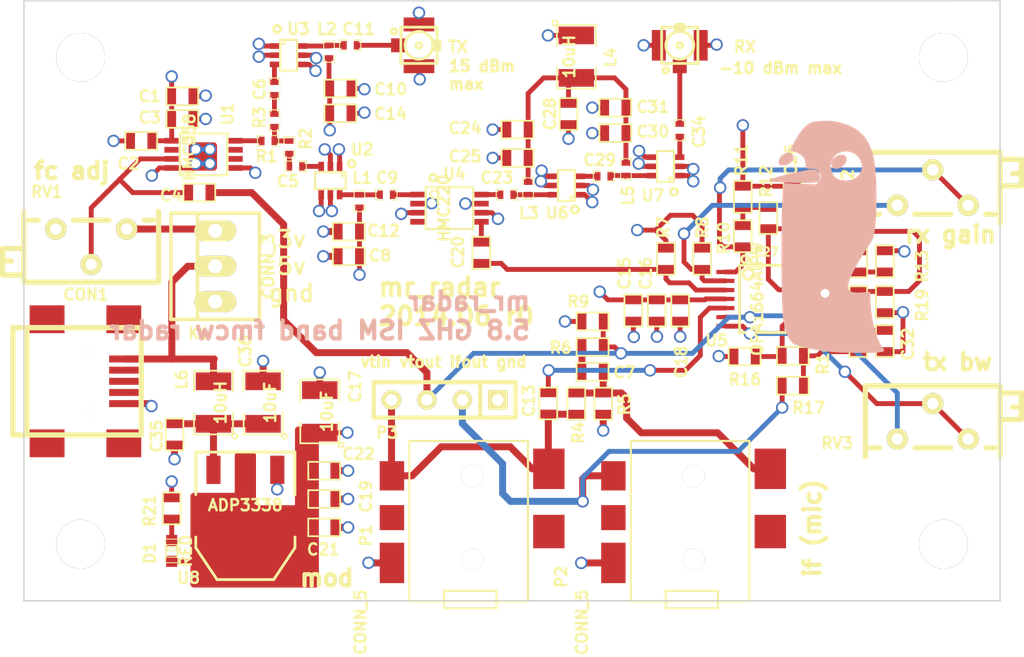
<source format=kicad_pcb>
(kicad_pcb (version 3) (host pcbnew "(2014-03-19 BZR 4756)-product")
  (layers (15 F.Cu signal) (2 InnerTop.Cu signal hide) (1 InnerBot.Cu signal hide) (0 B.Cu signal) (18 B.Paste user) (19 F.Paste user) (20 B.SilkS user hide) (21 F.SilkS user) (22 B.Mask user) (23 F.Mask user) (28 Edge.Cuts user))
  (net 0 "")
  (net 1 GND)
  (net 2 VCC)
  (net 3 /VTUNE)
  (net 4 "Net-(C4-Pad2)")
  (net 5 "Net-(C5-Pad1)")
  (net 6 "Net-(C5-Pad2)")
  (net 7 "Net-(C6-Pad1)")
  (net 8 "Net-(C6-Pad2)")
  (net 9 "Net-(C7-Pad1)")
  (net 10 "Net-(C7-Pad2)")
  (net 11 "Net-(C9-Pad1)")
  (net 12 "Net-(C9-Pad2)")
  (net 13 "Net-(C11-Pad1)")
  (net 14 "Net-(C11-Pad2)")
  (net 15 /VTUNE_IN)
  (net 16 "Net-(C13-Pad2)")
  (net 17 /IF)
  (net 18 "Net-(C20-Pad2)")
  (net 19 "Net-(C23-Pad1)")
  (net 20 "Net-(C23-Pad2)")
  (net 21 "Net-(C24-Pad2)")
  (net 22 "Net-(C26-Pad2)")
  (net 23 "Net-(C27-Pad2)")
  (net 24 "Net-(C29-Pad1)")
  (net 25 "Net-(C29-Pad2)")
  (net 26 "Net-(C32-Pad2)")
  (net 27 "Net-(C33-Pad2)")
  (net 28 "Net-(C34-Pad1)")
  (net 29 "Net-(C34-Pad2)")
  (net 30 "Net-(R1-Pad1)")
  (net 31 "Net-(R1-Pad2)")
  (net 32 "Net-(R8-Pad1)")
  (net 33 "Net-(R10-Pad1)")
  (net 34 "Net-(R10-Pad2)")
  (net 35 "Net-(R13-Pad2)")
  (net 36 "Net-(R14-Pad2)")
  (net 37 /IFOUT)
  (net 38 "Net-(R18-Pad2)")
  (net 39 "Net-(RV3-Pad2)")
  (net 40 "Net-(U1-Pad2)")
  (net 41 "Net-(U1-Pad6)")
  (net 42 "Net-(U1-Pad7)")
  (net 43 "Net-(U4-Pad4)")
  (net 44 "Net-(P1-Pad4)")
  (net 45 "Net-(P1-Pad5)")
  (net 46 "Net-(P2-Pad4)")
  (net 47 "Net-(P2-Pad5)")
  (net 48 "Net-(C35-Pad1)")
  (net 49 +5V)
  (net 50 "Net-(CON1-Pad2)")
  (net 51 "Net-(CON1-Pad3)")
  (net 52 "Net-(CON1-Pad4)")
  (net 53 "Net-(CON1-Pad6)")
  (net 54 "Net-(CON1-Pad7)")
  (net 55 "Net-(CON1-Pad8)")
  (net 56 "Net-(CON1-Pad9)")
  (net 57 "Net-(D1-Pad2)")
  (module SMD_Packages:SM0603 (layer F.Cu) (at 125.2728 92.456 180)
    (fp_text reference C1 (at 2.3368 0 180) (layer F.SilkS) (effects (font (size 0.8 0.8) (thickness 0.175))))
    (fp_text value 1uF hide)
    (pad 1 smd rect (at -0.762 0 180) (size 0.635 1.143) (layers F.Cu F.Paste F.Mask) (net 1 GND))
    (pad 2 smd rect (at 0.762 0 180) (size 0.635 1.143) (layers F.Cu F.Paste F.Mask) (net 2 VCC))
  )
  (module SMD_Packages:SM0603 (layer F.Cu) (at 122.3264 95.6564)
    (fp_text reference C2 (at -0.9144 1.6256) (layer F.SilkS) (effects (font (size 0.8 0.8) (thickness 0.175))))
    (fp_text value 10pF hide)
    (pad 1 smd rect (at -0.762 0) (size 0.635 1.143) (layers F.Cu F.Paste F.Mask) (net 1 GND))
    (pad 2 smd rect (at 0.762 0) (size 0.635 1.143) (layers F.Cu F.Paste F.Mask) (net 2 VCC))
  )
  (module SMD_Packages:SM0603 (layer F.Cu) (at 125.2728 94.0816 180)
    (fp_text reference C3 (at 2.3368 0.1016 180) (layer F.SilkS) (effects (font (size 0.8 0.8) (thickness 0.175))))
    (fp_text value 10nF hide)
    (pad 1 smd rect (at -0.762 0 180) (size 0.635 1.143) (layers F.Cu F.Paste F.Mask) (net 1 GND))
    (pad 2 smd rect (at 0.762 0 180) (size 0.635 1.143) (layers F.Cu F.Paste F.Mask) (net 2 VCC))
  )
  (module SMD_Packages:SM0603 (layer F.Cu) (at 126.492 99.3648 180)
    (fp_text reference C4 (at 2.032 -0.2032 180) (layer F.SilkS) (effects (font (size 0.8 0.8) (thickness 0.175))))
    (fp_text value 1uF hide)
    (pad 1 smd rect (at -0.762 0 180) (size 0.635 1.143) (layers F.Cu F.Paste F.Mask) (net 3 /VTUNE))
    (pad 2 smd rect (at 0.762 0 180) (size 0.635 1.143) (layers F.Cu F.Paste F.Mask) (net 4 "Net-(C4-Pad2)"))
  )
  (module SMD_Packages:SM0603 (layer F.Cu) (at 154.686 112.2172 180)
    (fp_text reference C7 (at -2.286 -0.0508 180) (layer F.SilkS) (effects (font (size 0.8 0.8) (thickness 0.175))))
    (fp_text value 1uF hide)
    (pad 1 smd rect (at -0.762 0 180) (size 0.635 1.143) (layers F.Cu F.Paste F.Mask) (net 9 "Net-(C7-Pad1)"))
    (pad 2 smd rect (at 0.762 0 180) (size 0.635 1.143) (layers F.Cu F.Paste F.Mask) (net 10 "Net-(C7-Pad2)"))
  )
  (module SMD_Packages:SM0603 (layer F.Cu) (at 137.2108 103.9368)
    (fp_text reference C8 (at 2.2352 -0.0508) (layer F.SilkS) (effects (font (size 0.8 0.8) (thickness 0.175))))
    (fp_text value 10pF hide)
    (pad 1 smd rect (at -0.762 0) (size 0.635 1.143) (layers F.Cu F.Paste F.Mask) (net 1 GND))
    (pad 2 smd rect (at 0.762 0) (size 0.635 1.143) (layers F.Cu F.Paste F.Mask) (net 2 VCC))
  )
  (module SMD_Packages:SM0603 (layer F.Cu) (at 136.6012 91.8972 180)
    (fp_text reference C10 (at -3.6068 -0.0508 180) (layer F.SilkS) (effects (font (size 0.8 0.8) (thickness 0.175))))
    (fp_text value 10pF hide)
    (pad 1 smd rect (at -0.762 0 180) (size 0.635 1.143) (layers F.Cu F.Paste F.Mask) (net 1 GND))
    (pad 2 smd rect (at 0.762 0 180) (size 0.635 1.143) (layers F.Cu F.Paste F.Mask) (net 2 VCC))
  )
  (module SMD_Packages:SM0603 (layer F.Cu) (at 137.2108 102.1588)
    (fp_text reference C12 (at 2.4892 -0.0508) (layer F.SilkS) (effects (font (size 0.8 0.8) (thickness 0.175))))
    (fp_text value 10nF hide)
    (pad 1 smd rect (at -0.762 0) (size 0.635 1.143) (layers F.Cu F.Paste F.Mask) (net 1 GND))
    (pad 2 smd rect (at 0.762 0) (size 0.635 1.143) (layers F.Cu F.Paste F.Mask) (net 2 VCC))
  )
  (module SMD_Packages:SM0603 (layer F.Cu) (at 151.511 114.4905 90)
    (fp_text reference C13 (at 0.1905 -1.397 90) (layer F.SilkS) (effects (font (size 0.8 0.8) (thickness 0.175))))
    (fp_text value 1uF hide)
    (pad 1 smd rect (at -0.762 0 90) (size 0.635 1.143) (layers F.Cu F.Paste F.Mask) (net 15 /VTUNE_IN))
    (pad 2 smd rect (at 0.762 0 90) (size 0.635 1.143) (layers F.Cu F.Paste F.Mask) (net 16 "Net-(C13-Pad2)"))
  )
  (module SMD_Packages:SM0603 (layer F.Cu) (at 136.6012 93.6752 180)
    (fp_text reference C14 (at -3.6068 -0.0508 180) (layer F.SilkS) (effects (font (size 0.8 0.8) (thickness 0.175))))
    (fp_text value 10nF hide)
    (pad 1 smd rect (at -0.762 0 180) (size 0.635 1.143) (layers F.Cu F.Paste F.Mask) (net 1 GND))
    (pad 2 smd rect (at 0.762 0 180) (size 0.635 1.143) (layers F.Cu F.Paste F.Mask) (net 2 VCC))
  )
  (module SMD_Packages:SM0603 (layer F.Cu) (at 157.607 107.823 90)
    (fp_text reference C15 (at 2.667 -0.635 90) (layer F.SilkS) (effects (font (size 0.8 0.8) (thickness 0.175))))
    (fp_text value 1uF hide)
    (pad 1 smd rect (at -0.762 0 90) (size 0.635 1.143) (layers F.Cu F.Paste F.Mask) (net 1 GND))
    (pad 2 smd rect (at 0.762 0 90) (size 0.635 1.143) (layers F.Cu F.Paste F.Mask) (net 2 VCC))
  )
  (module SMD_Packages:SM0603 (layer F.Cu) (at 159.2834 107.823 90)
    (fp_text reference C16 (at 2.667 -0.7874 90) (layer F.SilkS) (effects (font (size 0.8 0.8) (thickness 0.175))))
    (fp_text value 10nF hide)
    (pad 1 smd rect (at -0.762 0 90) (size 0.635 1.143) (layers F.Cu F.Paste F.Mask) (net 1 GND))
    (pad 2 smd rect (at 0.762 0 90) (size 0.635 1.143) (layers F.Cu F.Paste F.Mask) (net 2 VCC))
  )
  (module SMD_Packages:SM1210 (layer F.Cu) (at 135.128 115.062 90)
    (fp_text reference C17 (at 1.778 2.54 90) (layer F.SilkS) (effects (font (size 0.8 0.8) (thickness 0.175))))
    (fp_text value 10uF (at 0 0.508 90) (layer F.SilkS) (effects (font (size 0.8 0.8) (thickness 0.175))))
    (pad 1 smd rect (at -1.524 0 90) (size 1.27 2.54) (layers F.Cu F.Paste F.Mask) (net 2 VCC))
    (pad 2 smd rect (at 1.524 0 90) (size 1.27 2.54) (layers F.Cu F.Paste F.Mask) (net 1 GND))
  )
  (module SMD_Packages:SM0603 (layer F.Cu) (at 160.9598 107.823 270)
    (fp_text reference C18 (at 3.683 -0.0762 270) (layer F.SilkS) (effects (font (size 0.8 0.8) (thickness 0.175))))
    (fp_text value 10pF hide)
    (pad 1 smd rect (at -0.762 0 270) (size 0.635 1.143) (layers F.Cu F.Paste F.Mask) (net 2 VCC))
    (pad 2 smd rect (at 0.762 0 270) (size 0.635 1.143) (layers F.Cu F.Paste F.Mask) (net 1 GND))
  )
  (module SMD_Packages:SM0603 (layer F.Cu) (at 135.4455 121.3485)
    (fp_text reference C19 (at 2.9845 -0.1905 90) (layer F.SilkS) (effects (font (size 0.8 0.8) (thickness 0.175))))
    (fp_text value 10nF hide)
    (pad 1 smd rect (at -0.762 0) (size 0.635 1.143) (layers F.Cu F.Paste F.Mask) (net 2 VCC))
    (pad 2 smd rect (at 0.762 0) (size 0.635 1.143) (layers F.Cu F.Paste F.Mask) (net 1 GND))
  )
  (module SMD_Packages:SM0603 (layer F.Cu) (at 146.7104 103.6828 90)
    (fp_text reference C20 (at 0.0508 -1.6764 90) (layer F.SilkS) (effects (font (size 0.8 0.8) (thickness 0.175))))
    (fp_text value 1uF hide)
    (pad 1 smd rect (at -0.762 0 90) (size 0.635 1.143) (layers F.Cu F.Paste F.Mask) (net 17 /IF))
    (pad 2 smd rect (at 0.762 0 90) (size 0.635 1.143) (layers F.Cu F.Paste F.Mask) (net 18 "Net-(C20-Pad2)"))
  )
  (module SMD_Packages:SM0603 (layer F.Cu) (at 135.4455 123.3805 180)
    (fp_text reference C21 (at 0.0635 -1.5875 180) (layer F.SilkS) (effects (font (size 0.8 0.8) (thickness 0.175))))
    (fp_text value 10pF hide)
    (pad 1 smd rect (at -0.762 0 180) (size 0.635 1.143) (layers F.Cu F.Paste F.Mask) (net 1 GND))
    (pad 2 smd rect (at 0.762 0 180) (size 0.635 1.143) (layers F.Cu F.Paste F.Mask) (net 2 VCC))
  )
  (module SMD_Packages:SM0603 (layer F.Cu) (at 135.4455 119.3165 180)
    (fp_text reference C22 (at -2.4765 1.2065 180) (layer F.SilkS) (effects (font (size 0.8 0.8) (thickness 0.175))))
    (fp_text value 1uF hide)
    (pad 1 smd rect (at -0.762 0 180) (size 0.635 1.143) (layers F.Cu F.Paste F.Mask) (net 1 GND))
    (pad 2 smd rect (at 0.762 0 180) (size 0.635 1.143) (layers F.Cu F.Paste F.Mask) (net 2 VCC))
  )
  (module SMD_Packages:SM0603 (layer F.Cu) (at 149.3012 94.8436)
    (fp_text reference C24 (at -3.7592 -0.1016) (layer F.SilkS) (effects (font (size 0.8 0.8) (thickness 0.175))))
    (fp_text value 10pF hide)
    (pad 1 smd rect (at -0.762 0) (size 0.635 1.143) (layers F.Cu F.Paste F.Mask) (net 1 GND))
    (pad 2 smd rect (at 0.762 0) (size 0.635 1.143) (layers F.Cu F.Paste F.Mask) (net 21 "Net-(C24-Pad2)"))
  )
  (module SMD_Packages:SM0603 (layer F.Cu) (at 149.3012 96.8756)
    (fp_text reference C25 (at -3.7592 -0.1016) (layer F.SilkS) (effects (font (size 0.8 0.8) (thickness 0.175))))
    (fp_text value 10nF hide)
    (pad 1 smd rect (at -0.762 0) (size 0.635 1.143) (layers F.Cu F.Paste F.Mask) (net 1 GND))
    (pad 2 smd rect (at 0.762 0) (size 0.635 1.143) (layers F.Cu F.Paste F.Mask) (net 21 "Net-(C24-Pad2)"))
  )
  (module SMD_Packages:SM0603 (layer F.Cu) (at 169.0116 99.6188 270)
    (fp_text reference C26 (at -2.5908 0.1016 270) (layer F.SilkS) (effects (font (size 0.8 0.8) (thickness 0.175))))
    (fp_text value 1nF hide)
    (pad 1 smd rect (at -0.762 0 270) (size 0.635 1.143) (layers F.Cu F.Paste F.Mask) (net 2 VCC))
    (pad 2 smd rect (at 0.762 0 270) (size 0.635 1.143) (layers F.Cu F.Paste F.Mask) (net 22 "Net-(C26-Pad2)"))
  )
  (module SMD_Packages:SM0603 (layer F.Cu) (at 169.0116 102.7176 270)
    (fp_text reference C27 (at 0.9144 1.8796 540) (layer F.SilkS) (effects (font (size 0.6 0.6))))
    (fp_text value 1nF hide)
    (pad 1 smd rect (at -0.762 0 270) (size 0.635 1.143) (layers F.Cu F.Paste F.Mask) (net 22 "Net-(C26-Pad2)"))
    (pad 2 smd rect (at 0.762 0 270) (size 0.635 1.143) (layers F.Cu F.Paste F.Mask) (net 23 "Net-(C27-Pad2)"))
  )
  (module SMD_Packages:SM0603 (layer F.Cu) (at 152.9588 93.726 90)
    (fp_text reference C28 (at 0 -1.3208 90) (layer F.SilkS) (effects (font (size 0.8 0.8) (thickness 0.175))))
    (fp_text value 1uF hide)
    (pad 1 smd rect (at -0.762 0 90) (size 0.635 1.143) (layers F.Cu F.Paste F.Mask) (net 1 GND))
    (pad 2 smd rect (at 0.762 0 90) (size 0.635 1.143) (layers F.Cu F.Paste F.Mask) (net 21 "Net-(C24-Pad2)"))
  )
  (module SMD_Packages:SM0603 (layer F.Cu) (at 156.3116 95.0976)
    (fp_text reference C30 (at 2.6924 -0.1016) (layer F.SilkS) (effects (font (size 0.8 0.8) (thickness 0.175))))
    (fp_text value 10pF hide)
    (pad 1 smd rect (at -0.762 0) (size 0.635 1.143) (layers F.Cu F.Paste F.Mask) (net 1 GND))
    (pad 2 smd rect (at 0.762 0) (size 0.635 1.143) (layers F.Cu F.Paste F.Mask) (net 21 "Net-(C24-Pad2)"))
  )
  (module SMD_Packages:SM0603 (layer F.Cu) (at 156.3116 93.2688)
    (fp_text reference C31 (at 2.6924 -0.0508) (layer F.SilkS) (effects (font (size 0.8 0.8) (thickness 0.175))))
    (fp_text value 10nF hide)
    (pad 1 smd rect (at -0.762 0) (size 0.635 1.143) (layers F.Cu F.Paste F.Mask) (net 1 GND))
    (pad 2 smd rect (at 0.762 0) (size 0.635 1.143) (layers F.Cu F.Paste F.Mask) (net 21 "Net-(C24-Pad2)"))
  )
  (module SMD_Packages:SM0603 (layer F.Cu) (at 175.63465 110.01375 90)
    (fp_text reference C32 (at -0.22225 1.65735 90) (layer F.SilkS) (effects (font (size 0.8 0.8) (thickness 0.175))))
    (fp_text value 1nF hide)
    (pad 1 smd rect (at -0.762 0 90) (size 0.635 1.143) (layers F.Cu F.Paste F.Mask) (net 2 VCC))
    (pad 2 smd rect (at 0.762 0 90) (size 0.635 1.143) (layers F.Cu F.Paste F.Mask) (net 26 "Net-(C32-Pad2)"))
  )
  (module SMD_Packages:SM0603 (layer F.Cu) (at 173.72965 110.01375 270)
    (fp_text reference C33 (at -0.28575 1.26365 270) (layer F.SilkS) (effects (font (size 0.8 0.8) (thickness 0.175))))
    (fp_text value 1nF hide)
    (pad 1 smd rect (at -0.762 0 270) (size 0.635 1.143) (layers F.Cu F.Paste F.Mask) (net 26 "Net-(C32-Pad2)"))
    (pad 2 smd rect (at 0.762 0 270) (size 0.635 1.143) (layers F.Cu F.Paste F.Mask) (net 27 "Net-(C33-Pad2)"))
  )
  (module Connect:PINHEAD1-3 (layer F.Cu) (at 127.635 104.648 90)
    (fp_text reference K1 (at -4.826 -1.143 180) (layer F.SilkS) (effects (font (size 0.8 0.8) (thickness 0.175))))
    (fp_text value CONN_3 (at 0 3.81 90) (layer F.SilkS) (effects (font (size 0.8 0.8) (thickness 0.175))))
    (pad 1 thru_hole oval (at -2.54 0 90) (size 1.50622 3.01498) (drill 0.99822) (layers *.Cu *.Mask F.SilkS) (net 1 GND))
    (pad 2 thru_hole oval (at 0 0 90) (size 1.50622 3.01498) (drill 0.99822) (layers *.Cu *.Mask F.SilkS) (net 49 +5V))
    (pad 3 thru_hole oval (at 2.54 0 90) (size 1.50622 3.01498) (drill 0.99822) (layers *.Cu *.Mask F.SilkS) (net 2 VCC))
  )
  (module SMD_Packages:SM0603 (layer F.Cu) (at 153.5176 114.5032 90)
    (fp_text reference R4 (at -2.0828 0.1524 90) (layer F.SilkS) (effects (font (size 0.8 0.8) (thickness 0.175))))
    (fp_text value DNP hide)
    (pad 1 smd rect (at -0.762 0 90) (size 0.635 1.143) (layers F.Cu F.Paste F.Mask) (net 15 /VTUNE_IN))
    (pad 2 smd rect (at 0.762 0 90) (size 0.635 1.143) (layers F.Cu F.Paste F.Mask) (net 9 "Net-(C7-Pad1)"))
  )
  (module SMD_Packages:SM0603 (layer F.Cu) (at 155.448 114.5032 90)
    (fp_text reference R5 (at -0.0508 1.524 90) (layer F.SilkS) (effects (font (size 0.8 0.8) (thickness 0.175))))
    (fp_text value 47k hide)
    (pad 1 smd rect (at -0.762 0 90) (size 0.635 1.143) (layers F.Cu F.Paste F.Mask) (net 1 GND))
    (pad 2 smd rect (at 0.762 0 90) (size 0.635 1.143) (layers F.Cu F.Paste F.Mask) (net 9 "Net-(C7-Pad1)"))
  )
  (module SMD_Packages:SM0603 (layer F.Cu) (at 154.686 110.4392)
    (fp_text reference R6 (at -2.286 0.0508) (layer F.SilkS) (effects (font (size 0.8 0.8) (thickness 0.175))))
    (fp_text value DNP hide)
    (pad 1 smd rect (at -0.762 0) (size 0.635 1.143) (layers F.Cu F.Paste F.Mask) (net 10 "Net-(C7-Pad2)"))
    (pad 2 smd rect (at 0.762 0) (size 0.635 1.143) (layers F.Cu F.Paste F.Mask) (net 3 /VTUNE))
  )
  (module SMD_Packages:SM0603 (layer F.Cu) (at 159.9438 104.1146 90)
    (fp_text reference R7 (at 2.2606 -0.1778 90) (layer F.SilkS) (effects (font (size 0.8 0.8) (thickness 0.175))))
    (fp_text value 10k hide)
    (pad 1 smd rect (at -0.762 0 90) (size 0.635 1.143) (layers F.Cu F.Paste F.Mask) (net 17 /IF))
    (pad 2 smd rect (at 0.762 0 90) (size 0.635 1.143) (layers F.Cu F.Paste F.Mask) (net 2 VCC))
  )
  (module SMD_Packages:SM0603 (layer F.Cu) (at 162.5346 104.1146 90)
    (fp_text reference R8 (at 2.2606 0.0254 90) (layer F.SilkS) (effects (font (size 0.8 0.8) (thickness 0.175))))
    (fp_text value 220 hide)
    (pad 1 smd rect (at -0.762 0 90) (size 0.635 1.143) (layers F.Cu F.Paste F.Mask) (net 32 "Net-(R8-Pad1)"))
    (pad 2 smd rect (at 0.762 0 90) (size 0.635 1.143) (layers F.Cu F.Paste F.Mask) (net 2 VCC))
  )
  (module SMD_Packages:SM0603 (layer F.Cu) (at 154.686 108.6104)
    (fp_text reference R9 (at -1.016 -1.4224) (layer F.SilkS) (effects (font (size 0.8 0.8) (thickness 0.175))))
    (fp_text value 4k7 hide)
    (pad 1 smd rect (at -0.762 0) (size 0.635 1.143) (layers F.Cu F.Paste F.Mask) (net 1 GND))
    (pad 2 smd rect (at 0.762 0) (size 0.635 1.143) (layers F.Cu F.Paste F.Mask) (net 3 /VTUNE))
  )
  (module SMD_Packages:SM0603 (layer F.Cu) (at 165.44925 102.49535 90)
    (fp_text reference R10 (at -0.12065 -1.36525 90) (layer F.SilkS) (effects (font (size 0.8 0.8) (thickness 0.175))))
    (fp_text value 8.45k hide)
    (pad 1 smd rect (at -0.762 0 90) (size 0.635 1.143) (layers F.Cu F.Paste F.Mask) (net 33 "Net-(R10-Pad1)"))
    (pad 2 smd rect (at 0.762 0 90) (size 0.635 1.143) (layers F.Cu F.Paste F.Mask) (net 34 "Net-(R10-Pad2)"))
  )
  (module SMD_Packages:SM0603 (layer F.Cu) (at 165.4556 99.6696 90)
    (fp_text reference R11 (at 2.6416 -0.1016 90) (layer F.SilkS) (effects (font (size 0.8 0.8) (thickness 0.175))))
    (fp_text value 102k hide)
    (pad 1 smd rect (at -0.762 0 90) (size 0.635 1.143) (layers F.Cu F.Paste F.Mask) (net 34 "Net-(R10-Pad2)"))
    (pad 2 smd rect (at 0.762 0 90) (size 0.635 1.143) (layers F.Cu F.Paste F.Mask) (net 2 VCC))
  )
  (module SMD_Packages:SM0603 (layer F.Cu) (at 167.2844 101.1936 270)
    (fp_text reference R12 (at -2.6416 0.1524 270) (layer F.SilkS) (effects (font (size 0.8 0.8) (thickness 0.175))))
    (fp_text value 7.15k hide)
    (pad 1 smd rect (at -0.762 0 270) (size 0.635 1.143) (layers F.Cu F.Paste F.Mask) (net 34 "Net-(R10-Pad2)"))
    (pad 2 smd rect (at 0.762 0 270) (size 0.635 1.143) (layers F.Cu F.Paste F.Mask) (net 22 "Net-(C26-Pad2)"))
  )
  (module SMD_Packages:SM0603 (layer F.Cu) (at 175.63465 104.29875 270)
    (fp_text reference R13 (at 0.34925 -2.67335 270) (layer F.SilkS) (effects (font (size 0.8 0.8) (thickness 0.175))))
    (fp_text value 12.1k hide)
    (pad 1 smd rect (at -0.762 0 270) (size 0.635 1.143) (layers F.Cu F.Paste F.Mask) (net 2 VCC))
    (pad 2 smd rect (at 0.762 0 270) (size 0.635 1.143) (layers F.Cu F.Paste F.Mask) (net 35 "Net-(R13-Pad2)"))
  )
  (module SMD_Packages:SM0603 (layer F.Cu) (at 169.037 111.0742 180)
    (fp_text reference R14 (at -2.159 -0.1778 270) (layer F.SilkS) (effects (font (size 0.8 0.8) (thickness 0.175))))
    (fp_text value 1k hide)
    (pad 1 smd rect (at -0.762 0 180) (size 0.635 1.143) (layers F.Cu F.Paste F.Mask) (net 27 "Net-(C33-Pad2)"))
    (pad 2 smd rect (at 0.762 0 180) (size 0.635 1.143) (layers F.Cu F.Paste F.Mask) (net 36 "Net-(R14-Pad2)"))
  )
  (module SMD_Packages:SM0603 (layer F.Cu) (at 173.72965 104.29875 270)
    (fp_text reference R15 (at -0.15875 1.26365 270) (layer F.SilkS) (effects (font (size 0.8 0.8) (thickness 0.175))))
    (fp_text value 1k hide)
    (pad 1 smd rect (at -0.762 0 270) (size 0.635 1.143) (layers F.Cu F.Paste F.Mask) (net 23 "Net-(C27-Pad2)"))
    (pad 2 smd rect (at 0.762 0 270) (size 0.635 1.143) (layers F.Cu F.Paste F.Mask) (net 35 "Net-(R13-Pad2)"))
  )
  (module SMD_Packages:SM0603 (layer F.Cu) (at 165.5826 111.125)
    (fp_text reference R16 (at 0.0254 1.651) (layer F.SilkS) (effects (font (size 0.8 0.8) (thickness 0.175))))
    (fp_text value 1.62k hide)
    (pad 1 smd rect (at -0.762 0) (size 0.635 1.143) (layers F.Cu F.Paste F.Mask) (net 2 VCC))
    (pad 2 smd rect (at 0.762 0) (size 0.635 1.143) (layers F.Cu F.Paste F.Mask) (net 36 "Net-(R14-Pad2)"))
  )
  (module SMD_Packages:SM0603 (layer F.Cu) (at 169.037 113.2205)
    (fp_text reference R17 (at 1.143 1.5875) (layer F.SilkS) (effects (font (size 0.8 0.8) (thickness 0.175))))
    (fp_text value 47k hide)
    (pad 1 smd rect (at -0.762 0) (size 0.635 1.143) (layers F.Cu F.Paste F.Mask) (net 37 /IFOUT))
    (pad 2 smd rect (at 0.762 0) (size 0.635 1.143) (layers F.Cu F.Paste F.Mask) (net 27 "Net-(C33-Pad2)"))
  )
  (module SMD_Packages:SM0603 (layer F.Cu) (at 171.0436 102.7176 90)
    (fp_text reference R18 (at 2.6416 -0.1016 90) (layer F.SilkS) (effects (font (size 0.8 0.8) (thickness 0.175))))
    (fp_text value 17.4k hide)
    (pad 1 smd rect (at -0.762 0 90) (size 0.635 1.143) (layers F.Cu F.Paste F.Mask) (net 23 "Net-(C27-Pad2)"))
    (pad 2 smd rect (at 0.762 0 90) (size 0.635 1.143) (layers F.Cu F.Paste F.Mask) (net 38 "Net-(R18-Pad2)"))
  )
  (module SMD_Packages:SM0603 (layer F.Cu) (at 175.63465 107.21975 270)
    (fp_text reference R19 (at 0.22225 -2.67335 270) (layer F.SilkS) (effects (font (size 0.8 0.8) (thickness 0.175))))
    (fp_text value 28k hide)
    (pad 1 smd rect (at -0.762 0 270) (size 0.635 1.143) (layers F.Cu F.Paste F.Mask) (net 38 "Net-(R18-Pad2)"))
    (pad 2 smd rect (at 0.762 0 270) (size 0.635 1.143) (layers F.Cu F.Paste F.Mask) (net 2 VCC))
  )
  (module SMD_Packages:SM0603 (layer F.Cu) (at 173.72965 107.21975 270)
    (fp_text reference R20 (at -0.28575 1.26365 270) (layer F.SilkS) (effects (font (size 0.8 0.8) (thickness 0.175))))
    (fp_text value 4.12k hide)
    (pad 1 smd rect (at -0.762 0 270) (size 0.635 1.143) (layers F.Cu F.Paste F.Mask) (net 38 "Net-(R18-Pad2)"))
    (pad 2 smd rect (at 0.762 0 270) (size 0.635 1.143) (layers F.Cu F.Paste F.Mask) (net 26 "Net-(C32-Pad2)"))
  )
  (module SSOP_Packages:MSOP-8 (layer F.Cu) (at 126.7968 96.6216 270)
    (fp_text reference U1 (at -2.8956 -1.7272 270) (layer F.SilkS) (effects (font (size 0.8 0.8) (thickness 0.175))))
    (fp_text value HMC358 (at -0.508 1.016 270) (layer F.SilkS) (effects (font (size 0.8 0.8) (thickness 0.175))))
    (pad 1 smd rect (at -0.97536 2.30124 270) (size 0.40894 1.02108) (layers F.Cu F.Paste F.Mask) (net 2 VCC))
    (pad 2 smd rect (at -0.32512 2.30124 270) (size 0.40894 1.02108) (layers F.Cu F.Paste F.Mask) (net 40 "Net-(U1-Pad2)"))
    (pad 3 smd rect (at 0.32512 2.30124 270) (size 0.40894 1.02108) (layers F.Cu F.Paste F.Mask) (net 4 "Net-(C4-Pad2)"))
    (pad 4 smd rect (at 0.97536 2.30124 270) (size 0.40894 1.02108) (layers F.Cu F.Paste F.Mask) (net 1 GND))
    (pad 5 smd rect (at 0.97536 -2.30124 270) (size 0.40894 1.02108) (layers F.Cu F.Paste F.Mask) (net 1 GND))
    (pad 6 smd rect (at 0.32512 -2.30124 270) (size 0.40894 1.02108) (layers F.Cu F.Paste F.Mask) (net 41 "Net-(U1-Pad6)"))
    (pad 7 smd rect (at -0.32512 -2.30124 270) (size 0.40894 1.02108) (layers F.Cu F.Paste F.Mask) (net 42 "Net-(U1-Pad7)"))
    (pad 8 smd rect (at -0.97536 -2.30124 270) (size 0.40894 1.02108) (layers F.Cu F.Paste F.Mask) (net 31 "Net-(R1-Pad2)"))
  )
  (module Transistors_SMD:sc70-6 (layer F.Cu) (at 135.89 98.5012 180)
    (fp_text reference U2 (at -2.286 2.2352 180) (layer F.SilkS) (effects (font (size 0.8 0.8) (thickness 0.175))))
    (fp_text value MGA-82563 hide)
    (pad 1 smd rect (at -0.6604 1.016 180) (size 0.4064 0.6604) (layers F.Cu F.Paste F.Mask) (net 1 GND))
    (pad 3 smd rect (at 0.6604 1.016 180) (size 0.4064 0.6604) (layers F.Cu F.Paste F.Mask) (net 5 "Net-(C5-Pad1)"))
    (pad 2 smd rect (at 0 1.016 180) (size 0.4064 0.6604) (layers F.Cu F.Paste F.Mask) (net 1 GND))
    (pad 4 smd rect (at 0.6604 -1.016 180) (size 0.4064 0.6604) (layers F.Cu F.Paste F.Mask) (net 1 GND))
    (pad 6 smd rect (at -0.6604 -1.016 180) (size 0.4064 0.6604) (layers F.Cu F.Paste F.Mask) (net 12 "Net-(C9-Pad2)"))
    (pad 5 smd rect (at 0 -1.016 180) (size 0.4064 0.6604) (layers F.Cu F.Paste F.Mask) (net 1 GND))
  )
  (module Transistors_SMD:sc70-6 (layer F.Cu) (at 132.8928 89.5096 270)
    (fp_text reference U3 (at -1.8796 -0.7112 360) (layer F.SilkS) (effects (font (size 0.8 0.8) (thickness 0.175))))
    (fp_text value MGA-82563 hide)
    (pad 1 smd rect (at -0.6604 1.016 270) (size 0.4064 0.6604) (layers F.Cu F.Paste F.Mask) (net 1 GND))
    (pad 3 smd rect (at 0.6604 1.016 270) (size 0.4064 0.6604) (layers F.Cu F.Paste F.Mask) (net 7 "Net-(C6-Pad1)"))
    (pad 2 smd rect (at 0 1.016 270) (size 0.4064 0.6604) (layers F.Cu F.Paste F.Mask) (net 1 GND))
    (pad 4 smd rect (at 0.6604 -1.016 270) (size 0.4064 0.6604) (layers F.Cu F.Paste F.Mask) (net 1 GND))
    (pad 6 smd rect (at -0.6604 -1.016 270) (size 0.4064 0.6604) (layers F.Cu F.Paste F.Mask) (net 14 "Net-(C11-Pad2)"))
    (pad 5 smd rect (at 0 -1.016 270) (size 0.4064 0.6604) (layers F.Cu F.Paste F.Mask) (net 1 GND))
  )
  (module SSOP_Packages:MSOP-8 (layer F.Cu) (at 144.4244 100.4824 270)
    (fp_text reference U4 (at -2.4384 -0.3556 360) (layer F.SilkS) (effects (font (size 0.8 0.8) (thickness 0.175))))
    (fp_text value HMC220 (at 0 0.4 270) (layer F.SilkS) (effects (font (size 0.8 0.8) (thickness 0.175))))
    (pad 1 smd rect (at -0.97536 2.30124 270) (size 0.40894 1.02108) (layers F.Cu F.Paste F.Mask) (net 11 "Net-(C9-Pad1)"))
    (pad 2 smd rect (at -0.32512 2.30124 270) (size 0.40894 1.02108) (layers F.Cu F.Paste F.Mask) (net 1 GND))
    (pad 3 smd rect (at 0.32512 2.30124 270) (size 0.40894 1.02108) (layers F.Cu F.Paste F.Mask) (net 1 GND))
    (pad 4 smd rect (at 0.97536 2.30124 270) (size 0.40894 1.02108) (layers F.Cu F.Paste F.Mask) (net 43 "Net-(U4-Pad4)"))
    (pad 5 smd rect (at 0.97536 -2.30124 270) (size 0.40894 1.02108) (layers F.Cu F.Paste F.Mask) (net 18 "Net-(C20-Pad2)"))
    (pad 6 smd rect (at 0.32512 -2.30124 270) (size 0.40894 1.02108) (layers F.Cu F.Paste F.Mask) (net 1 GND))
    (pad 7 smd rect (at -0.32512 -2.30124 270) (size 0.40894 1.02108) (layers F.Cu F.Paste F.Mask) (net 1 GND))
    (pad 8 smd rect (at -0.97536 -2.30124 270) (size 0.40894 1.02108) (layers F.Cu F.Paste F.Mask) (net 20 "Net-(C23-Pad2)"))
  )
  (module SMD_Packages:TSSOP14 (layer F.Cu) (at 166.99865 106.99115 270)
    (fp_text reference U5 (at 2.99085 3.42265 360) (layer F.SilkS) (effects (font (size 0.8 0.8) (thickness 0.175))))
    (fp_text value OPA1664AIPW (at 0 0.508 270) (layer F.SilkS) (effects (font (size 0.8 0.8) (thickness 0.175))))
    (pad 1 smd rect (at -1.9304 2.794 270) (size 0.29972 1.30048) (layers F.Cu F.Paste F.Mask) (net 33 "Net-(R10-Pad1)"))
    (pad 2 smd rect (at -1.2954 2.794 270) (size 0.29972 1.30048) (layers F.Cu F.Paste F.Mask) (net 32 "Net-(R8-Pad1)"))
    (pad 3 smd rect (at -0.635 2.794 270) (size 0.29972 1.30048) (layers F.Cu F.Paste F.Mask) (net 17 /IF))
    (pad 4 smd rect (at 0 2.794 270) (size 0.29972 1.30048) (layers F.Cu F.Paste F.Mask) (net 2 VCC))
    (pad 5 smd rect (at 0.6604 2.794 270) (size 0.29972 1.30048) (layers F.Cu F.Paste F.Mask) (net 16 "Net-(C13-Pad2)"))
    (pad 6 smd rect (at 1.3081 2.794 270) (size 0.29972 1.30048) (layers F.Cu F.Paste F.Mask) (net 3 /VTUNE))
    (pad 7 smd rect (at 1.9558 2.794 270) (size 0.29972 1.30048) (layers F.Cu F.Paste F.Mask) (net 39 "Net-(RV3-Pad2)"))
    (pad 8 smd rect (at 1.9558 -2.794 270) (size 0.29972 1.30048) (layers F.Cu F.Paste F.Mask) (net 27 "Net-(C33-Pad2)"))
    (pad 9 smd rect (at 1.3081 -2.794 270) (size 0.29972 1.30048) (layers F.Cu F.Paste F.Mask) (net 36 "Net-(R14-Pad2)"))
    (pad 10 smd rect (at 0.6604 -2.794 270) (size 0.29972 1.30048) (layers F.Cu F.Paste F.Mask) (net 26 "Net-(C32-Pad2)"))
    (pad 11 smd rect (at 0 -2.794 270) (size 0.29972 1.30048) (layers F.Cu F.Paste F.Mask) (net 1 GND))
    (pad 12 smd rect (at -0.6477 -2.794 270) (size 0.29972 1.30048) (layers F.Cu F.Paste F.Mask) (net 22 "Net-(C26-Pad2)"))
    (pad 13 smd rect (at -1.2954 -2.794 270) (size 0.29972 1.30048) (layers F.Cu F.Paste F.Mask) (net 35 "Net-(R13-Pad2)"))
    (pad 14 smd rect (at -1.9431 -2.794 270) (size 0.29972 1.30048) (layers F.Cu F.Paste F.Mask) (net 23 "Net-(C27-Pad2)"))
  )
  (module Transistors_SMD:sc70-6 (layer F.Cu) (at 152.8064 98.8568 90)
    (fp_text reference U6 (at -1.9812 -0.6604 180) (layer F.SilkS) (effects (font (size 0.8 0.8) (thickness 0.175))))
    (fp_text value MGA-82563 hide)
    (pad 1 smd rect (at -0.6604 1.016 90) (size 0.4064 0.6604) (layers F.Cu F.Paste F.Mask) (net 1 GND))
    (pad 3 smd rect (at 0.6604 1.016 90) (size 0.4064 0.6604) (layers F.Cu F.Paste F.Mask) (net 25 "Net-(C29-Pad2)"))
    (pad 2 smd rect (at 0 1.016 90) (size 0.4064 0.6604) (layers F.Cu F.Paste F.Mask) (net 1 GND))
    (pad 4 smd rect (at 0.6604 -1.016 90) (size 0.4064 0.6604) (layers F.Cu F.Paste F.Mask) (net 1 GND))
    (pad 6 smd rect (at -0.6604 -1.016 90) (size 0.4064 0.6604) (layers F.Cu F.Paste F.Mask) (net 19 "Net-(C23-Pad1)"))
    (pad 5 smd rect (at 0 -1.016 90) (size 0.4064 0.6604) (layers F.Cu F.Paste F.Mask) (net 1 GND))
  )
  (module Transistors_SMD:sc70-6 (layer F.Cu) (at 159.9184 97.4852 90)
    (fp_text reference U7 (at -2.0828 -0.9144 180) (layer F.SilkS) (effects (font (size 0.8 0.8) (thickness 0.175))))
    (fp_text value MGA-82563 hide)
    (pad 1 smd rect (at -0.6604 1.016 90) (size 0.4064 0.6604) (layers F.Cu F.Paste F.Mask) (net 1 GND))
    (pad 3 smd rect (at 0.6604 1.016 90) (size 0.4064 0.6604) (layers F.Cu F.Paste F.Mask) (net 29 "Net-(C34-Pad2)"))
    (pad 2 smd rect (at 0 1.016 90) (size 0.4064 0.6604) (layers F.Cu F.Paste F.Mask) (net 1 GND))
    (pad 4 smd rect (at 0.6604 -1.016 90) (size 0.4064 0.6604) (layers F.Cu F.Paste F.Mask) (net 1 GND))
    (pad 6 smd rect (at -0.6604 -1.016 90) (size 0.4064 0.6604) (layers F.Cu F.Paste F.Mask) (net 24 "Net-(C29-Pad1)"))
    (pad 5 smd rect (at 0 -1.016 90) (size 0.4064 0.6604) (layers F.Cu F.Paste F.Mask) (net 1 GND))
  )
  (module locallibs:U.FL-COAX (layer F.Cu) (at 142.24 88.7984)
    (fp_text reference TX (at 2.794 0.1016) (layer F.SilkS) (effects (font (size 0.8 0.8) (thickness 0.175))))
    (fp_text value CONN_3 hide)
    (pad 1 smd rect (at -1.5 0) (size 1 1) (layers F.Cu F.Paste F.Mask) (net 13 "Net-(C11-Pad1)"))
    (pad 2 smd rect (at 0 -1.5) (size 2.2 1) (layers F.Cu F.Paste F.Mask) (net 1 GND))
    (pad 3 smd rect (at 0 1.5) (size 2.2 1) (layers F.Cu F.Paste F.Mask) (net 1 GND))
  )
  (module locallibs:U.FL-COAX (layer F.Cu) (at 160.9344 88.7984 90)
    (fp_text reference RX (at -0.1016 4.6736 180) (layer F.SilkS) (effects (font (size 0.8 0.8) (thickness 0.175))))
    (fp_text value CONN_3 hide)
    (pad 1 smd rect (at -1.5 0 90) (size 1 1) (layers F.Cu F.Paste F.Mask) (net 28 "Net-(C34-Pad1)"))
    (pad 2 smd rect (at 0 -1.5 90) (size 2.2 1) (layers F.Cu F.Paste F.Mask) (net 1 GND))
    (pad 3 smd rect (at 0 1.5 90) (size 2.2 1) (layers F.Cu F.Paste F.Mask) (net 1 GND))
  )
  (module locallibs:SJ1-351X-SMT (layer F.Cu) (at 146.05 122.682 90)
    (fp_text reference P1 (at -1.27 -7.62 90) (layer F.SilkS) (effects (font (size 0.8 0.8) (thickness 0.175))))
    (fp_text value CONN_5 (at -7.5 -8 90) (layer F.SilkS) (effects (font (size 0.8 0.8) (thickness 0.175))))
    (pad 8 thru_hole circle (at 3 0 90) (size 1.6 1.6) (drill 1.6) (layers *.Cu *.Mask F.SilkS))
    (pad 7 thru_hole circle (at -3 0 90) (size 1.6 1.6) (drill 1.6) (layers *.Cu *.Mask F.SilkS))
    (pad 1 smd rect (at -3.25 -5.75 90) (size 2.9 1.75) (layers F.Cu F.Paste F.Mask) (net 1 GND))
    (pad 2 smd rect (at 3.5 5.5 90) (size 2.9 2.25) (layers F.Cu F.Paste F.Mask) (net 15 /VTUNE_IN))
    (pad 3 smd rect (at 3 -5.75 90) (size 2.1 1.75) (layers F.Cu F.Paste F.Mask) (net 15 /VTUNE_IN))
    (pad 4 smd rect (at -1 5.5 90) (size 2.4 2.25) (layers F.Cu F.Paste F.Mask) (net 44 "Net-(P1-Pad4)"))
    (pad 5 smd rect (at 0 -5.75 90) (size 1.8 1.75) (layers F.Cu F.Paste F.Mask) (net 45 "Net-(P1-Pad5)"))
  )
  (module locallibs:SJ1-351X-SMT (layer F.Cu) (at 161.925 122.682 90)
    (fp_text reference P2 (at -4.25 -9.5 90) (layer F.SilkS) (effects (font (size 0.8 0.8) (thickness 0.175))))
    (fp_text value CONN_5 (at -7.5 -8 90) (layer F.SilkS) (effects (font (size 0.8 0.8) (thickness 0.175))))
    (pad 8 thru_hole circle (at 3 0 90) (size 1.6 1.6) (drill 1.6) (layers *.Cu *.Mask F.SilkS))
    (pad 7 thru_hole circle (at -3 0 90) (size 1.6 1.6) (drill 1.6) (layers *.Cu *.Mask F.SilkS))
    (pad 1 smd rect (at -3.25 -5.75 90) (size 2.9 1.75) (layers F.Cu F.Paste F.Mask) (net 1 GND))
    (pad 2 smd rect (at 3.5 5.5 90) (size 2.9 2.25) (layers F.Cu F.Paste F.Mask) (net 9 "Net-(C7-Pad1)"))
    (pad 3 smd rect (at 3 -5.75 90) (size 2.1 1.75) (layers F.Cu F.Paste F.Mask) (net 37 /IFOUT))
    (pad 4 smd rect (at -1 5.5 90) (size 2.4 2.25) (layers F.Cu F.Paste F.Mask) (net 46 "Net-(P2-Pad4)"))
    (pad 5 smd rect (at 0 -5.75 90) (size 1.8 1.75) (layers F.Cu F.Paste F.Mask) (net 47 "Net-(P2-Pad5)"))
  )
  (module SMD_Packages:SM0603 (layer F.Cu) (at 124.714 116.713 270)
    (fp_text reference C35 (at 0.127 1.27 270) (layer F.SilkS) (effects (font (size 0.8 0.8) (thickness 0.175))))
    (fp_text value 10nF hide)
    (pad 1 smd rect (at -0.762 0 270) (size 0.635 1.143) (layers F.Cu F.Paste F.Mask) (net 48 "Net-(C35-Pad1)"))
    (pad 2 smd rect (at 0.762 0 270) (size 0.635 1.143) (layers F.Cu F.Paste F.Mask) (net 1 GND))
  )
  (module SMD_Packages:SM1210 (layer F.Cu) (at 131.064 114.427 90)
    (fp_text reference C36 (at 3.683 -1.27 90) (layer F.SilkS) (effects (font (size 0.8 0.8) (thickness 0.175))))
    (fp_text value 10uF (at 0 0.508 90) (layer F.SilkS) (effects (font (size 0.8 0.8) (thickness 0.175))))
    (pad 1 smd rect (at -1.524 0 90) (size 1.27 2.54) (layers F.Cu F.Paste F.Mask) (net 48 "Net-(C35-Pad1)"))
    (pad 2 smd rect (at 1.524 0 90) (size 1.27 2.54) (layers F.Cu F.Paste F.Mask) (net 1 GND))
  )
  (module Connect:USB_MINI_B (layer F.Cu) (at 117.729 112.903)
    (fp_text reference CON1 (at 0.635 -6.223) (layer F.SilkS) (effects (font (size 0.8 0.8) (thickness 0.175))))
    (fp_text value USB-MINI-B hide)
    (pad 1 smd rect (at 3.44932 -1.6002) (size 2.30124 0.50038) (layers F.Cu F.Paste F.Mask) (net 49 +5V))
    (pad 2 smd rect (at 3.44932 -0.8001) (size 2.30124 0.50038) (layers F.Cu F.Paste F.Mask) (net 50 "Net-(CON1-Pad2)"))
    (pad 3 smd rect (at 3.44932 0) (size 2.30124 0.50038) (layers F.Cu F.Paste F.Mask) (net 51 "Net-(CON1-Pad3)"))
    (pad 4 smd rect (at 3.44932 0.8001) (size 2.30124 0.50038) (layers F.Cu F.Paste F.Mask) (net 52 "Net-(CON1-Pad4)"))
    (pad 5 smd rect (at 3.44932 1.6002) (size 2.30124 0.50038) (layers F.Cu F.Paste F.Mask) (net 1 GND))
    (pad 6 smd rect (at 3.35026 -4.45008) (size 2.49936 1.99898) (layers F.Cu F.Paste F.Mask) (net 53 "Net-(CON1-Pad6)"))
    (pad 7 smd rect (at -2.14884 -4.45008) (size 2.49936 1.99898) (layers F.Cu F.Paste F.Mask) (net 54 "Net-(CON1-Pad7)"))
    (pad 8 smd rect (at 3.35026 4.45008) (size 2.49936 1.99898) (layers F.Cu F.Paste F.Mask) (net 55 "Net-(CON1-Pad8)"))
    (pad 9 smd rect (at -2.14884 4.45008) (size 2.49936 1.99898) (layers F.Cu F.Paste F.Mask) (net 56 "Net-(CON1-Pad9)"))
    (pad "" np_thru_hole circle (at 0.8509 -2.19964) (size 0.89916 0.89916) (drill 0.89916) (layers *.Cu *.Mask F.SilkS))
    (pad 2 np_thru_hole circle (at 0.8509 2.19964) (size 0.89916 0.89916) (drill 0.89916) (layers *.Cu *.Mask F.SilkS) (net 50 "Net-(CON1-Pad2)"))
  )
  (module SMD_Packages:SM1210 (layer F.Cu) (at 153.5176 89.6112 270)
    (fp_text reference L4 (at 0.0508 -2.4384 270) (layer F.SilkS) (effects (font (size 0.8 0.8) (thickness 0.175))))
    (fp_text value 10uH (at 0 0.508 270) (layer F.SilkS) (effects (font (size 0.8 0.8) (thickness 0.175))))
    (pad 1 smd rect (at -1.524 0 270) (size 1.27 2.54) (layers F.Cu F.Paste F.Mask) (net 2 VCC))
    (pad 2 smd rect (at 1.524 0 270) (size 1.27 2.54) (layers F.Cu F.Paste F.Mask) (net 21 "Net-(C24-Pad2)"))
  )
  (module SMD_Packages:SM1210 (layer F.Cu) (at 127.508 114.427 90)
    (fp_text reference L6 (at 1.651 -2.286 90) (layer F.SilkS) (effects (font (size 0.8 0.8) (thickness 0.175))))
    (fp_text value 10uH (at 0 0.508 90) (layer F.SilkS) (effects (font (size 0.8 0.8) (thickness 0.175))))
    (pad 1 smd rect (at -1.524 0 90) (size 1.27 2.54) (layers F.Cu F.Paste F.Mask) (net 48 "Net-(C35-Pad1)"))
    (pad 2 smd rect (at 1.524 0 90) (size 1.27 2.54) (layers F.Cu F.Paste F.Mask) (net 49 +5V))
  )
  (module Connect:SIL-4 (layer F.Cu) (at 144.0815 114.2365 180)
    (fp_text reference P3 (at 4.1275 -2.3495 180) (layer F.SilkS) (effects (font (size 0.8 0.8) (thickness 0.175))))
    (fp_text value CONN_4 hide)
    (pad 1 thru_hole rect (at -3.81 0 180) (size 1.397 1.397) (drill 0.8128) (layers *.Cu *.Mask F.SilkS) (net 1 GND))
    (pad 2 thru_hole circle (at -1.27 0 180) (size 1.397 1.397) (drill 0.8128) (layers *.Cu *.Mask F.SilkS) (net 37 /IFOUT))
    (pad 3 thru_hole circle (at 1.27 0 180) (size 1.397 1.397) (drill 0.8128) (layers *.Cu *.Mask F.SilkS) (net 3 /VTUNE))
    (pad 4 thru_hole circle (at 3.81 0 180) (size 1.397 1.397) (drill 0.8128) (layers *.Cu *.Mask F.SilkS) (net 15 /VTUNE_IN))
  )
  (module SMD_Packages:SOT223 (layer F.Cu) (at 129.794 122.555 180)
    (fp_text reference U8 (at 4.064 -4.445 180) (layer F.SilkS) (effects (font (size 0.8 0.8) (thickness 0.175))))
    (fp_text value ADP3338 (at 0 0.762 180) (layer F.SilkS) (effects (font (size 0.8 0.8) (thickness 0.175))))
    (pad 4 smd rect (at 0 -3.302 180) (size 3.6576 2.032) (layers F.Cu F.Paste F.Mask) (net 2 VCC))
    (pad 2 smd rect (at 0 3.302 180) (size 1.016 2.032) (layers F.Cu F.Paste F.Mask) (net 2 VCC))
    (pad 3 smd rect (at 2.286 3.302 180) (size 1.016 2.032) (layers F.Cu F.Paste F.Mask) (net 48 "Net-(C35-Pad1)"))
    (pad 1 smd rect (at -2.286 3.302 180) (size 1.016 2.032) (layers F.Cu F.Paste F.Mask) (net 1 GND))
  )
  (module Mounting_Holes:MountingHole_3-5mm (layer F.Cu) (at 117.983 89.662)
    (fp_text reference MH (at -0.127 0.254) (layer F.SilkS) (effects (font (size 0.8 0.8) (thickness 0.175))))
    (fp_text value MountingHole_3-5mm_RevA_Date21Jun2010 hide)
    (pad 1 thru_hole circle (at 0 0) (size 3.50012 3.50012) (drill 3.50012) (layers))
  )
  (module Mounting_Holes:MountingHole_3-5mm (layer F.Cu) (at 117.983 124.587)
    (fp_text reference MH (at -0.127 0.127) (layer F.SilkS) (effects (font (size 0.8 0.8) (thickness 0.175))))
    (fp_text value MountingHole_3-5mm_RevA_Date21Jun2010 hide)
    (pad 1 thru_hole circle (at 0 0) (size 3.50012 3.50012) (drill 3.50012) (layers))
  )
  (module Mounting_Holes:MountingHole_3-5mm (layer F.Cu) (at 179.832 124.587)
    (fp_text reference MH (at 0 -0.889) (layer F.SilkS) (effects (font (size 0.8 0.8) (thickness 0.175))))
    (fp_text value MountingHole_3-5mm_RevA_Date21Jun2010 hide)
    (pad 1 thru_hole circle (at 0 0) (size 3.50012 3.50012) (drill 3.50012) (layers))
  )
  (module Mounting_Holes:MountingHole_3-5mm (layer F.Cu) (at 179.832 89.662)
    (fp_text reference MH (at 0 -0.508) (layer F.SilkS) (effects (font (size 0.8 0.8) (thickness 0.175))))
    (fp_text value MountingHole_3-5mm_RevA_Date21Jun2010 hide)
    (pad 1 thru_hole circle (at 0 0) (size 3.50012 3.50012) (drill 3.50012) (layers))
  )
  (module Potentiometers:Potentiometer_Bourns_3296Z_3-8Zoll_Angular_ScrewFront (layer F.Cu) (at 179.07 99.0092 270)
    (fp_text reference RV2 (at -0.2032 6.096 270) (layer F.SilkS) (effects (font (size 0.8 0.8) (thickness 0.175))))
    (fp_text value 10k hide)
    (pad 2 thru_hole circle (at -1.27 0 270) (size 1.524 1.524) (drill 0.8128) (layers *.Cu *.Mask F.SilkS) (net 33 "Net-(R10-Pad1)"))
    (pad 3 thru_hole circle (at 1.27 -2.54 270) (size 1.524 1.524) (drill 0.8128) (layers *.Cu *.Mask F.SilkS) (net 33 "Net-(R10-Pad1)"))
    (pad 1 thru_hole circle (at 1.27 2.54 270) (size 1.524 1.524) (drill 0.8128) (layers *.Cu *.Mask F.SilkS) (net 32 "Net-(R8-Pad1)"))
  )
  (module Potentiometers:Potentiometer_Bourns_3296Z_3-8Zoll_Angular_ScrewFront (layer F.Cu) (at 179.07 115.7732 270)
    (fp_text reference RV3 (at 1.5748 6.858 360) (layer F.SilkS) (effects (font (size 0.8 0.8) (thickness 0.175))))
    (fp_text value 10k hide)
    (pad 2 thru_hole circle (at -1.27 0 270) (size 1.524 1.524) (drill 0.8128) (layers *.Cu *.Mask F.SilkS) (net 39 "Net-(RV3-Pad2)"))
    (pad 3 thru_hole circle (at 1.27 -2.54 270) (size 1.524 1.524) (drill 0.8128) (layers *.Cu *.Mask F.SilkS) (net 39 "Net-(RV3-Pad2)"))
    (pad 1 thru_hole circle (at 1.27 2.54 270) (size 1.524 1.524) (drill 0.8128) (layers *.Cu *.Mask F.SilkS) (net 3 /VTUNE))
  )
  (module Potentiometers:Potentiometer_Bourns_3296Z_3-8Zoll_Angular_ScrewFront (layer F.Cu) (at 118.745 103.251 90)
    (fp_text reference RV1 (at 3.937 -3.175 180) (layer F.SilkS) (effects (font (size 0.8 0.8) (thickness 0.175))))
    (fp_text value 10k hide)
    (pad 2 thru_hole circle (at -1.27 0 90) (size 1.524 1.524) (drill 0.8128) (layers *.Cu *.Mask F.SilkS) (net 4 "Net-(C4-Pad2)"))
    (pad 3 thru_hole circle (at 1.27 -2.54 90) (size 1.524 1.524) (drill 0.8128) (layers *.Cu *.Mask F.SilkS) (net 1 GND))
    (pad 1 thru_hole circle (at 1.27 2.54 90) (size 1.524 1.524) (drill 0.8128) (layers *.Cu *.Mask F.SilkS) (net 2 VCC))
  )
  (module SMD_Packages:SM0402 (layer F.Cu) (at 133.4008 97.4852 180)
    (fp_text reference C5 (at 0.5588 -1.0668 180) (layer F.SilkS) (effects (font (size 0.8 0.8) (thickness 0.175))))
    (fp_text value 10pF hide)
    (pad 1 smd rect (at -0.44958 0 180) (size 0.39878 0.59944) (layers F.Cu F.Paste F.Mask) (net 5 "Net-(C5-Pad1)"))
    (pad 2 smd rect (at 0.44958 0 180) (size 0.39878 0.59944) (layers F.Cu F.Paste F.Mask) (net 6 "Net-(C5-Pad2)"))
  )
  (module SMD_Packages:SM0402 (layer F.Cu) (at 131.8768 91.8972 270)
    (fp_text reference C6 (at 0.0508 1.0668 270) (layer F.SilkS) (effects (font (size 0.8 0.8) (thickness 0.175))))
    (fp_text value 10pF hide)
    (pad 1 smd rect (at -0.44958 0 270) (size 0.39878 0.59944) (layers F.Cu F.Paste F.Mask) (net 7 "Net-(C6-Pad1)"))
    (pad 2 smd rect (at 0.44958 0 270) (size 0.39878 0.59944) (layers F.Cu F.Paste F.Mask) (net 8 "Net-(C6-Pad2)"))
  )
  (module SMD_Packages:SM0402 (layer F.Cu) (at 139.9032 99.5172 180)
    (fp_text reference C9 (at -0.0508 1.2192 180) (layer F.SilkS) (effects (font (size 0.8 0.8) (thickness 0.175))))
    (fp_text value 10pF hide)
    (pad 1 smd rect (at -0.44958 0 180) (size 0.39878 0.59944) (layers F.Cu F.Paste F.Mask) (net 11 "Net-(C9-Pad1)"))
    (pad 2 smd rect (at 0.44958 0 180) (size 0.39878 0.59944) (layers F.Cu F.Paste F.Mask) (net 12 "Net-(C9-Pad2)"))
  )
  (module SMD_Packages:SM0402 (layer F.Cu) (at 137.3124 88.7984 180)
    (fp_text reference C11 (at -0.6096 1.1684 180) (layer F.SilkS) (effects (font (size 0.8 0.8) (thickness 0.175))))
    (fp_text value 10pF hide)
    (pad 1 smd rect (at -0.44958 0 180) (size 0.39878 0.59944) (layers F.Cu F.Paste F.Mask) (net 13 "Net-(C11-Pad1)"))
    (pad 2 smd rect (at 0.44958 0 180) (size 0.39878 0.59944) (layers F.Cu F.Paste F.Mask) (net 14 "Net-(C11-Pad2)"))
  )
  (module SMD_Packages:SM0402 (layer F.Cu) (at 148.5392 99.5172 180)
    (fp_text reference C23 (at 0.7112 1.2192 180) (layer F.SilkS) (effects (font (size 0.8 0.8) (thickness 0.175))))
    (fp_text value 10pF hide)
    (pad 1 smd rect (at -0.44958 0 180) (size 0.39878 0.59944) (layers F.Cu F.Paste F.Mask) (net 19 "Net-(C23-Pad1)"))
    (pad 2 smd rect (at 0.44958 0 180) (size 0.39878 0.59944) (layers F.Cu F.Paste F.Mask) (net 20 "Net-(C23-Pad2)"))
  )
  (module SMD_Packages:SM0402 (layer F.Cu) (at 155.4988 98.1964 180)
    (fp_text reference C29 (at 0.3048 1.1684 180) (layer F.SilkS) (effects (font (size 0.8 0.8) (thickness 0.175))))
    (fp_text value 10pF hide)
    (pad 1 smd rect (at -0.44958 0 180) (size 0.39878 0.59944) (layers F.Cu F.Paste F.Mask) (net 24 "Net-(C29-Pad1)"))
    (pad 2 smd rect (at 0.44958 0 180) (size 0.39878 0.59944) (layers F.Cu F.Paste F.Mask) (net 25 "Net-(C29-Pad2)"))
  )
  (module SMD_Packages:SM0402 (layer F.Cu) (at 160.9344 94.8944 270)
    (fp_text reference C34 (at 0.1016 -1.3716 270) (layer F.SilkS) (effects (font (size 0.8 0.8) (thickness 0.175))))
    (fp_text value 10pF hide)
    (pad 1 smd rect (at -0.44958 0 270) (size 0.39878 0.59944) (layers F.Cu F.Paste F.Mask) (net 28 "Net-(C34-Pad1)"))
    (pad 2 smd rect (at 0.44958 0 270) (size 0.39878 0.59944) (layers F.Cu F.Paste F.Mask) (net 29 "Net-(C34-Pad2)"))
  )
  (module LEDs:LED-0603 (layer F.Cu) (at 124.5108 125.0696 90)
    (fp_text reference D1 (at -0.1524 -1.5748 90) (layer F.SilkS) (effects (font (size 0.8 0.8) (thickness 0.175))))
    (fp_text value RED (at 0 1.016 90) (layer F.SilkS) (effects (font (size 0.8 0.8) (thickness 0.175))))
    (pad 1 smd rect (at -0.7493 0 90) (size 0.79756 0.79756) (layers F.Cu F.Paste F.Mask) (net 2 VCC))
    (pad 2 smd rect (at 0.7493 0 90) (size 0.79756 0.79756) (layers F.Cu F.Paste F.Mask) (net 57 "Net-(D1-Pad2)"))
  )
  (module SMD_Packages:SM0402 (layer F.Cu) (at 137.9728 99.9744 90)
    (fp_text reference L1 (at 1.6764 0.2032 180) (layer F.SilkS) (effects (font (size 0.8 0.8) (thickness 0.175))))
    (fp_text value 12nH hide)
    (pad 1 smd rect (at -0.44958 0 90) (size 0.39878 0.59944) (layers F.Cu F.Paste F.Mask) (net 2 VCC))
    (pad 2 smd rect (at 0.44958 0 90) (size 0.39878 0.59944) (layers F.Cu F.Paste F.Mask) (net 12 "Net-(C9-Pad2)"))
  )
  (module SMD_Packages:SM0402 (layer F.Cu) (at 135.7884 89.2556 90)
    (fp_text reference L2 (at 1.6256 -0.1524 180) (layer F.SilkS) (effects (font (size 0.8 0.8) (thickness 0.175))))
    (fp_text value 12nH hide)
    (pad 1 smd rect (at -0.44958 0 90) (size 0.39878 0.59944) (layers F.Cu F.Paste F.Mask) (net 2 VCC))
    (pad 2 smd rect (at 0.44958 0 90) (size 0.39878 0.59944) (layers F.Cu F.Paste F.Mask) (net 14 "Net-(C11-Pad2)"))
  )
  (module SMD_Packages:SM0402 (layer F.Cu) (at 150.0632 99.06 270)
    (fp_text reference L3 (at 1.778 -0.0508 360) (layer F.SilkS) (effects (font (size 0.8 0.8) (thickness 0.175))))
    (fp_text value 12nH hide)
    (pad 1 smd rect (at -0.44958 0 270) (size 0.39878 0.59944) (layers F.Cu F.Paste F.Mask) (net 21 "Net-(C24-Pad2)"))
    (pad 2 smd rect (at 0.44958 0 270) (size 0.39878 0.59944) (layers F.Cu F.Paste F.Mask) (net 19 "Net-(C23-Pad1)"))
  )
  (module SMD_Packages:SM0402 (layer F.Cu) (at 157.0736 97.6884 270)
    (fp_text reference L5 (at 1.8796 -0.1524 270) (layer F.SilkS) (effects (font (size 0.8 0.8) (thickness 0.175))))
    (fp_text value 12nH hide)
    (pad 1 smd rect (at -0.44958 0 270) (size 0.39878 0.59944) (layers F.Cu F.Paste F.Mask) (net 21 "Net-(C24-Pad2)"))
    (pad 2 smd rect (at 0.44958 0 270) (size 0.39878 0.59944) (layers F.Cu F.Paste F.Mask) (net 24 "Net-(C29-Pad1)"))
  )
  (module SMD_Packages:SM0402 (layer F.Cu) (at 131.4196 95.6564 180)
    (fp_text reference R1 (at 0.1016 -1.1176 180) (layer F.SilkS) (effects (font (size 0.8 0.8) (thickness 0.175))))
    (fp_text value 17 hide)
    (pad 1 smd rect (at -0.44958 0 180) (size 0.39878 0.59944) (layers F.Cu F.Paste F.Mask) (net 30 "Net-(R1-Pad1)"))
    (pad 2 smd rect (at 0.44958 0 180) (size 0.39878 0.59944) (layers F.Cu F.Paste F.Mask) (net 31 "Net-(R1-Pad2)"))
  )
  (module SMD_Packages:SM0402 (layer F.Cu) (at 132.9436 96.1136 90)
    (fp_text reference R2 (at 0.6096 1.1684 90) (layer F.SilkS) (effects (font (size 0.8 0.8) (thickness 0.175))))
    (fp_text value 17 hide)
    (pad 1 smd rect (at -0.44958 0 90) (size 0.39878 0.59944) (layers F.Cu F.Paste F.Mask) (net 6 "Net-(C5-Pad2)"))
    (pad 2 smd rect (at 0.44958 0 90) (size 0.39878 0.59944) (layers F.Cu F.Paste F.Mask) (net 30 "Net-(R1-Pad1)"))
  )
  (module SMD_Packages:SM0402 (layer F.Cu) (at 131.8768 94.1832 270)
    (fp_text reference R3 (at -0.2032 1.0668 270) (layer F.SilkS) (effects (font (size 0.8 0.8) (thickness 0.175))))
    (fp_text value 17 hide)
    (pad 1 smd rect (at -0.44958 0 270) (size 0.39878 0.59944) (layers F.Cu F.Paste F.Mask) (net 8 "Net-(C6-Pad2)"))
    (pad 2 smd rect (at 0.44958 0 270) (size 0.39878 0.59944) (layers F.Cu F.Paste F.Mask) (net 30 "Net-(R1-Pad1)"))
  )
  (module SMD_Packages:SM0603 (layer F.Cu) (at 124.5108 122.0216 270)
    (fp_text reference R21 (at 0.1524 1.5748 270) (layer F.SilkS) (effects (font (size 0.8 0.8) (thickness 0.175))))
    (fp_text value 2k hide)
    (pad 1 smd rect (at -0.762 0 270) (size 0.635 1.143) (layers F.Cu F.Paste F.Mask) (net 1 GND))
    (pad 2 smd rect (at 0.762 0 270) (size 0.635 1.143) (layers F.Cu F.Paste F.Mask) (net 57 "Net-(D1-Pad2)"))
  )
  (module locallibs:gunter (layer B.Cu) (at 172.974 101.854)
    (fp_text reference G*** hide)
    (fp_text value LOGO hide)
  )
  (gr_text "15 dBm\nmax" (at 144.272 90.932) (layer F.SilkS) (effects (font (size 0.8 0.8) (thickness 0.2)) (justify left)))
  (gr_text "-10 dBm max" (at 168.148 90.424) (layer F.SilkS) (effects (font (size 0.8 0.8) (thickness 0.2))))
  (gr_text "mr_radar\n5.8 GHZ ISM band fmcw radar" (at 150.368 108.204) (layer B.SilkS) (effects (font (size 1.3 1.3) (thickness 0.3)) (justify left mirror)))
  (gr_text "vtin vtout ifout gnd" (at 144.018 111.506) (layer F.SilkS) (effects (font (size 0.8 0.8) (thickness 0.2))))
  (gr_text "3v\n5v\ngnd" (at 133.096 104.648) (layer F.SilkS) (effects (font (size 1.2 1.2) (thickness 0.2))))
  (gr_text "mr_radar\n2014.06 r0\n" (at 139.192 107.188) (layer F.SilkS) (effects (font (size 1.3 1.3) (thickness 0.3)) (justify left)))
  (gr_text mod (at 135.636 127) (layer F.SilkS) (effects (font (size 1.2 1.2) (thickness 0.3))))
  (gr_text "if (mic)" (at 170.434 123.444 90) (layer F.SilkS) (effects (font (size 1.2 1.2) (thickness 0.3))))
  (gr_text "tx bw" (at 180.848 111.506) (layer F.SilkS) (effects (font (size 1.2 1.2) (thickness 0.3))))
  (gr_text "rx gain" (at 180.34 102.362) (layer F.SilkS) (effects (font (size 1.2 1.2) (thickness 0.3))))
  (gr_text "fc adj" (at 117.348 97.79) (layer F.SilkS) (effects (font (size 1.2 1.2) (thickness 0.3))))
  (gr_circle (center 132.08 87.63) (end 131.826 87.63) (layer F.SilkS) (width 0.2))
  (gr_circle (center 137.414 97.282) (end 137.16 97.282) (layer F.SilkS) (width 0.2))
  (gr_circle (center 160.528 99.314) (end 160.274 99.314) (layer F.SilkS) (width 0.2))
  (gr_circle (center 153.416 100.584) (end 153.162 100.584) (layer F.SilkS) (width 0.2))
  (gr_circle (center 143.256 98.298) (end 143.002 98.298) (layer F.SilkS) (width 0.2))
  (gr_circle (center 165.608 104.14) (end 165.354 104.14) (layer F.SilkS) (width 0.2))
  (gr_line (start 183.896 128.651) (end 113.919 128.651) (angle 90) (layer Edge.Cuts) (width 0.1))
  (gr_line (start 183.896 85.598) (end 183.896 128.651) (angle 90) (layer Edge.Cuts) (width 0.1))
  (gr_line (start 113.919 85.598) (end 183.896 85.598) (angle 90) (layer Edge.Cuts) (width 0.1))
  (gr_line (start 113.919 128.651) (end 113.919 85.598) (angle 90) (layer Edge.Cuts) (width 0.1))
  (gr_line (start 180.594 128.651) (end 114.046 128.651) (angle 90) (layer Edge.Cuts) (width 0.1))
  (gr_line (start 113.919 85.598) (end 180.467 85.598) (angle 90) (layer Edge.Cuts) (width 0.1))
  (via (at 126.238 96.266) (size 0.889) (layers F.Cu B.Cu) (net 1))
  (segment (start 125.92304 97.59696) (end 126.238 97.282) (width 0.35) (layer F.Cu) (net 1))
  (via (at 126.238 97.282) (size 0.889) (layers F.Cu B.Cu) (net 1))
  (segment (start 126.238 97.282) (end 127.254 97.282) (width 0.35) (layer B.Cu) (net 1))
  (via (at 127.254 97.282) (size 0.889) (layers F.Cu B.Cu) (net 1))
  (segment (start 127.254 97.282) (end 127.254 96.266) (width 0.35) (layer F.Cu) (net 1))
  (via (at 127.254 96.266) (size 0.889) (layers F.Cu B.Cu) (net 1))
  (segment (start 127.254 96.266) (end 126.238 96.266) (width 0.35) (layer B.Cu) (net 1))
  (segment (start 124.49556 97.59696) (end 125.92304 97.59696) (width 0.35) (layer F.Cu) (net 1))
  (segment (start 136.5504 97.4852) (end 136.5504 96.3168) (width 0.35) (layer F.Cu) (net 1))
  (via (at 136.4996 96.266) (size 0.889) (layers F.Cu B.Cu) (net 1))
  (segment (start 136.5504 96.3168) (end 136.4996 96.266) (width 0.35) (layer F.Cu) (net 1))
  (segment (start 135.89 97.4852) (end 135.89 96.6724) (width 0.35) (layer F.Cu) (net 1))
  (via (at 135.4836 96.266) (size 0.889) (layers F.Cu B.Cu) (net 1))
  (segment (start 135.89 96.6724) (end 135.4836 96.266) (width 0.35) (layer F.Cu) (net 1))
  (segment (start 135.2296 99.5172) (end 135.2296 100.5332) (width 0.35) (layer F.Cu) (net 1))
  (via (at 135.0772 100.6856) (size 0.889) (layers F.Cu B.Cu) (net 1))
  (segment (start 135.2296 100.5332) (end 135.0772 100.6856) (width 0.35) (layer F.Cu) (net 1))
  (segment (start 135.89 99.5172) (end 135.89 100.584) (width 0.35) (layer F.Cu) (net 1))
  (via (at 135.9916 100.6856) (size 0.889) (layers F.Cu B.Cu) (net 1))
  (segment (start 135.89 100.584) (end 135.9916 100.6856) (width 0.35) (layer F.Cu) (net 1))
  (segment (start 136.4488 102.1588) (end 135.382 102.1588) (width 0.5) (layer F.Cu) (net 1))
  (via (at 135.382 102.1588) (size 0.889) (layers F.Cu B.Cu) (net 1))
  (segment (start 136.4488 103.9368) (end 135.382 103.9368) (width 0.5) (layer F.Cu) (net 1))
  (via (at 135.382 103.9368) (size 0.889) (layers F.Cu B.Cu) (net 1))
  (segment (start 153.924 108.6104) (end 152.7048 108.6104) (width 0.35) (layer F.Cu) (net 1))
  (via (at 152.7048 108.6104) (size 0.889) (layers F.Cu B.Cu) (net 1))
  (segment (start 157.607 108.585) (end 157.607 109.68228) (width 0.35) (layer F.Cu) (net 1))
  (via (at 157.64256 109.71784) (size 0.889) (layers F.Cu B.Cu) (net 1))
  (segment (start 157.607 109.68228) (end 157.64256 109.71784) (width 0.35) (layer F.Cu) (net 1))
  (segment (start 159.2834 108.585) (end 159.2834 109.68228) (width 0.35) (layer F.Cu) (net 1))
  (via (at 159.29864 109.69752) (size 0.889) (layers F.Cu B.Cu) (net 1))
  (segment (start 159.2834 109.68228) (end 159.29864 109.69752) (width 0.35) (layer F.Cu) (net 1))
  (segment (start 160.9598 108.585) (end 160.9598 109.69244) (width 0.35) (layer F.Cu) (net 1))
  (via (at 160.96488 109.69752) (size 0.889) (layers F.Cu B.Cu) (net 1))
  (segment (start 160.9598 109.69244) (end 160.96488 109.69752) (width 0.35) (layer F.Cu) (net 1))
  (segment (start 169.79265 106.99115) (end 170.94835 106.99115) (width 0.35) (layer F.Cu) (net 1))
  (via (at 171.3484 106.5911) (size 0.889) (layers F.Cu B.Cu) (net 1))
  (segment (start 170.94835 106.99115) (end 171.3484 106.5911) (width 0.35) (layer F.Cu) (net 1))
  (segment (start 129.09804 97.59696) (end 130.15976 97.59696) (width 0.35) (layer F.Cu) (net 1))
  (via (at 130.5052 97.9424) (size 0.889) (layers F.Cu B.Cu) (net 1))
  (segment (start 130.15976 97.59696) (end 130.5052 97.9424) (width 0.35) (layer F.Cu) (net 1))
  (segment (start 126.0348 92.456) (end 126.8984 92.456) (width 0.35) (layer F.Cu) (net 1))
  (via (at 126.9492 92.4052) (size 0.889) (layers F.Cu B.Cu) (net 1))
  (segment (start 126.8984 92.456) (end 126.9492 92.4052) (width 0.35) (layer F.Cu) (net 1))
  (segment (start 126.0348 94.0816) (end 126.9492 94.0816) (width 0.35) (layer F.Cu) (net 1))
  (via (at 126.9492 94.0816) (size 0.889) (layers F.Cu B.Cu) (net 1))
  (segment (start 121.5644 95.6564) (end 120.3452 95.6564) (width 0.35) (layer F.Cu) (net 1))
  (via (at 120.3452 95.6564) (size 0.889) (layers F.Cu B.Cu) (net 1))
  (segment (start 124.49556 97.59696) (end 123.63704 97.59696) (width 0.35) (layer F.Cu) (net 1))
  (via (at 123.0884 98.1456) (size 0.889) (layers F.Cu B.Cu) (net 1))
  (segment (start 123.63704 97.59696) (end 123.0884 98.1456) (width 0.35) (layer F.Cu) (net 1))
  (segment (start 155.448 115.2652) (end 155.448 116.4336) (width 0.5) (layer F.Cu) (net 1))
  (via (at 155.448 116.4336) (size 0.889) (layers F.Cu B.Cu) (net 1))
  (segment (start 156.175 125.932) (end 153.8744 125.932) (width 0.5) (layer F.Cu) (net 1))
  (via (at 153.8732 125.9332) (size 0.889) (layers F.Cu B.Cu) (net 1))
  (segment (start 153.8744 125.932) (end 153.8732 125.9332) (width 0.5) (layer F.Cu) (net 1))
  (segment (start 140.3 125.932) (end 138.632 125.932) (width 0.5) (layer F.Cu) (net 1))
  (via (at 138.6205 125.9205) (size 0.889) (layers F.Cu B.Cu) (net 1))
  (segment (start 138.632 125.932) (end 138.6205 125.9205) (width 0.5) (layer F.Cu) (net 1))
  (segment (start 136.2075 123.3805) (end 137.16 123.3805) (width 0.5) (layer F.Cu) (net 1))
  (via (at 137.16 123.3805) (size 0.889) (layers F.Cu B.Cu) (net 1))
  (segment (start 136.2075 121.3485) (end 137.16 121.3485) (width 0.5) (layer F.Cu) (net 1))
  (via (at 137.16 121.3485) (size 0.889) (layers F.Cu B.Cu) (net 1))
  (segment (start 136.2075 119.3165) (end 137.16 119.3165) (width 0.5) (layer F.Cu) (net 1))
  (via (at 137.16 119.3165) (size 0.889) (layers F.Cu B.Cu) (net 1))
  (segment (start 135.128 113.538) (end 135.128 112.2045) (width 0.5) (layer F.Cu) (net 1))
  (via (at 135.128 112.268) (size 0.889) (layers F.Cu B.Cu) (net 1))
  (segment (start 135.128 112.2045) (end 135.128 112.268) (width 0.5) (layer F.Cu) (net 1))
  (segment (start 131.064 112.903) (end 131.064 111.4425) (width 0.5) (layer F.Cu) (net 1))
  (via (at 131.064 111.4425) (size 0.889) (layers F.Cu B.Cu) (net 1))
  (segment (start 121.17832 114.5032) (end 122.8852 114.5032) (width 0.5) (layer F.Cu) (net 1))
  (via (at 123.063 114.681) (size 0.889) (layers F.Cu B.Cu) (net 1))
  (segment (start 122.8852 114.5032) (end 123.063 114.681) (width 0.5) (layer F.Cu) (net 1))
  (segment (start 124.714 117.475) (end 124.714 118.491) (width 0.5) (layer F.Cu) (net 1))
  (via (at 124.714 118.491) (size 0.889) (layers F.Cu B.Cu) (net 1))
  (segment (start 132.08 119.253) (end 132.08 120.65) (width 0.5) (layer F.Cu) (net 1))
  (via (at 132.08 120.65) (size 0.889) (layers F.Cu B.Cu) (net 1))
  (via (at 124.5108 120.0912) (size 0.889) (layers F.Cu B.Cu) (net 1))
  (segment (start 124.5108 121.2596) (end 124.5108 120.0912) (width 0.35) (layer F.Cu) (net 1))
  (via (at 142.24 86.4616) (size 0.889) (layers F.Cu B.Cu) (net 1))
  (segment (start 142.24 87.2984) (end 142.24 86.4616) (width 0.35) (layer F.Cu) (net 1))
  (segment (start 142.24 91.186) (end 142.2908 91.2368) (width 0.35) (layer F.Cu) (net 1))
  (via (at 142.2908 91.2368) (size 0.889) (layers F.Cu B.Cu) (net 1))
  (segment (start 142.24 90.2984) (end 142.24 91.186) (width 0.35) (layer F.Cu) (net 1))
  (segment (start 134.6708 89.5096) (end 134.874 89.7128) (width 0.35) (layer F.Cu) (net 1))
  (via (at 134.874 89.7128) (size 0.889) (layers F.Cu B.Cu) (net 1))
  (segment (start 133.9088 89.5096) (end 134.6708 89.5096) (width 0.35) (layer F.Cu) (net 1))
  (segment (start 134.366 90.17) (end 134.8232 90.6272) (width 0.35) (layer F.Cu) (net 1))
  (via (at 134.8232 90.6272) (size 0.889) (layers F.Cu B.Cu) (net 1))
  (segment (start 133.9088 90.17) (end 134.366 90.17) (width 0.35) (layer F.Cu) (net 1))
  (segment (start 130.8608 89.5096) (end 130.7592 89.6112) (width 0.35) (layer F.Cu) (net 1))
  (via (at 130.7592 89.6112) (size 0.889) (layers F.Cu B.Cu) (net 1))
  (segment (start 131.8768 89.5096) (end 130.8608 89.5096) (width 0.35) (layer F.Cu) (net 1))
  (segment (start 130.9116 88.8492) (end 130.7592 88.6968) (width 0.35) (layer F.Cu) (net 1))
  (via (at 130.7592 88.6968) (size 0.889) (layers F.Cu B.Cu) (net 1))
  (segment (start 131.8768 88.8492) (end 130.9116 88.8492) (width 0.35) (layer F.Cu) (net 1))
  (segment (start 138.2776 91.8972) (end 138.3284 91.948) (width 0.35) (layer F.Cu) (net 1))
  (via (at 138.3284 91.948) (size 0.889) (layers F.Cu B.Cu) (net 1))
  (segment (start 137.3632 91.8972) (end 138.2776 91.8972) (width 0.35) (layer F.Cu) (net 1))
  (segment (start 138.2776 93.6752) (end 138.3284 93.6244) (width 0.35) (layer F.Cu) (net 1))
  (via (at 138.3284 93.6244) (size 0.889) (layers F.Cu B.Cu) (net 1))
  (segment (start 137.3632 93.6752) (end 138.2776 93.6752) (width 0.35) (layer F.Cu) (net 1))
  (via (at 152.9588 95.504) (size 0.889) (layers F.Cu B.Cu) (net 1))
  (segment (start 152.9588 94.488) (end 152.9588 95.504) (width 0.35) (layer F.Cu) (net 1))
  (via (at 147.5232 94.8436) (size 0.889) (layers F.Cu B.Cu) (net 1))
  (segment (start 148.5392 94.8436) (end 147.5232 94.8436) (width 0.35) (layer F.Cu) (net 1))
  (via (at 147.5232 96.8756) (size 0.889) (layers F.Cu B.Cu) (net 1))
  (segment (start 148.5392 96.8756) (end 147.5232 96.8756) (width 0.35) (layer F.Cu) (net 1))
  (segment (start 151.257 98.8568) (end 150.9522 98.552) (width 0.35) (layer F.Cu) (net 1))
  (segment (start 150.9522 98.552) (end 150.9776 98.552) (width 0.35) (layer F.Cu) (net 1))
  (via (at 150.9776 98.552) (size 0.889) (layers F.Cu B.Cu) (net 1))
  (segment (start 151.7904 98.8568) (end 151.257 98.8568) (width 0.35) (layer F.Cu) (net 1))
  (segment (start 151.4348 98.1964) (end 151.0284 97.79) (width 0.35) (layer F.Cu) (net 1))
  (via (at 151.0284 97.79) (size 0.889) (layers F.Cu B.Cu) (net 1))
  (segment (start 151.7904 98.1964) (end 151.4348 98.1964) (width 0.35) (layer F.Cu) (net 1))
  (segment (start 154.4066 98.8568) (end 154.7114 99.1616) (width 0.35) (layer F.Cu) (net 1))
  (via (at 154.7114 99.1616) (size 0.889) (layers F.Cu B.Cu) (net 1))
  (segment (start 153.8224 98.8568) (end 154.4066 98.8568) (width 0.35) (layer F.Cu) (net 1))
  (via (at 154.6606 100.0506) (size 0.889) (layers F.Cu B.Cu) (net 1))
  (segment (start 154.1272 99.5172) (end 154.6606 100.0506) (width 0.35) (layer F.Cu) (net 1))
  (segment (start 153.8224 99.5172) (end 154.1272 99.5172) (width 0.35) (layer F.Cu) (net 1))
  (via (at 154.6606 95.0976) (size 0.889) (layers F.Cu B.Cu) (net 1))
  (segment (start 155.5496 95.0976) (end 154.6606 95.0976) (width 0.35) (layer F.Cu) (net 1))
  (via (at 154.6606 93.2688) (size 0.889) (layers F.Cu B.Cu) (net 1))
  (segment (start 155.5496 93.2688) (end 154.6606 93.2688) (width 0.35) (layer F.Cu) (net 1))
  (via (at 158.3436 88.7984) (size 0.889) (layers F.Cu B.Cu) (net 1))
  (segment (start 159.4344 88.7984) (end 158.3436 88.7984) (width 0.35) (layer F.Cu) (net 1))
  (segment (start 163.5252 88.7984) (end 163.576 88.7476) (width 0.35) (layer F.Cu) (net 1))
  (via (at 163.576 88.7476) (size 0.889) (layers F.Cu B.Cu) (net 1))
  (segment (start 162.4344 88.7984) (end 163.5252 88.7984) (width 0.35) (layer F.Cu) (net 1))
  (segment (start 158.1912 97.4852) (end 157.988 97.282) (width 0.35) (layer F.Cu) (net 1))
  (via (at 157.988 97.282) (size 0.889) (layers F.Cu B.Cu) (net 1))
  (segment (start 158.9024 97.4852) (end 158.1912 97.4852) (width 0.35) (layer F.Cu) (net 1))
  (segment (start 158.4579 96.8248) (end 158.0134 96.3803) (width 0.35) (layer F.Cu) (net 1))
  (via (at 158.0134 96.3803) (size 0.889) (layers F.Cu B.Cu) (net 1))
  (segment (start 158.9024 96.8248) (end 158.4579 96.8248) (width 0.35) (layer F.Cu) (net 1))
  (segment (start 161.7091 97.4852) (end 161.8996 97.6757) (width 0.35) (layer F.Cu) (net 1))
  (via (at 161.8996 97.6757) (size 0.889) (layers F.Cu B.Cu) (net 1))
  (segment (start 160.9344 97.4852) (end 161.7091 97.4852) (width 0.35) (layer F.Cu) (net 1))
  (segment (start 161.4932 98.1456) (end 161.8996 98.552) (width 0.35) (layer F.Cu) (net 1))
  (via (at 161.8996 98.552) (size 0.889) (layers F.Cu B.Cu) (net 1))
  (segment (start 160.9344 98.1456) (end 161.4932 98.1456) (width 0.35) (layer F.Cu) (net 1))
  (segment (start 147.46732 100.80752) (end 147.9042 101.2444) (width 0.35) (layer F.Cu) (net 1))
  (via (at 147.9042 101.2444) (size 0.889) (layers F.Cu B.Cu) (net 1))
  (segment (start 146.72564 100.80752) (end 147.46732 100.80752) (width 0.35) (layer F.Cu) (net 1))
  (segment (start 145.57248 100.15728) (end 145.5674 100.1522) (width 0.35) (layer F.Cu) (net 1))
  (via (at 145.5674 100.1522) (size 0.889) (layers F.Cu B.Cu) (net 1))
  (segment (start 146.72564 100.15728) (end 145.57248 100.15728) (width 0.35) (layer F.Cu) (net 1))
  (segment (start 141.05128 100.80752) (end 140.97 100.8888) (width 0.35) (layer F.Cu) (net 1))
  (via (at 140.97 100.8888) (size 0.889) (layers F.Cu B.Cu) (net 1))
  (segment (start 142.12316 100.80752) (end 141.05128 100.80752) (width 0.35) (layer F.Cu) (net 1))
  (segment (start 143.12392 100.15728) (end 143.1544 100.1268) (width 0.35) (layer F.Cu) (net 1))
  (via (at 143.1544 100.1268) (size 0.889) (layers F.Cu B.Cu) (net 1))
  (segment (start 142.12316 100.15728) (end 143.12392 100.15728) (width 0.35) (layer F.Cu) (net 1))
  (segment (start 165.4556 98.9076) (end 165.4556 94.5388) (width 0.35) (layer F.Cu) (net 2))
  (via (at 165.4556 94.5388) (size 0.889) (layers F.Cu B.Cu) (net 2))
  (segment (start 124.5108 92.456) (end 124.5108 91.0336) (width 0.35) (layer F.Cu) (net 2))
  (via (at 124.5108 91.0336) (size 0.889) (layers F.Cu B.Cu) (net 2))
  (segment (start 153.5176 88.0872) (end 151.4856 88.0872) (width 0.35) (layer F.Cu) (net 2))
  (via (at 151.4856 88.0872) (size 0.889) (layers F.Cu B.Cu) (net 2))
  (segment (start 135.8392 93.6752) (end 135.8392 94.8944) (width 0.35) (layer F.Cu) (net 2))
  (via (at 135.8392 94.8944) (size 0.889) (layers F.Cu B.Cu) (net 2))
  (segment (start 137.9728 103.9368) (end 137.9728 105.2576) (width 0.35) (layer F.Cu) (net 2))
  (via (at 137.9728 105.2576) (size 0.889) (layers F.Cu B.Cu) (net 2))
  (segment (start 135.128 116.586) (end 137.1092 116.586) (width 0.35) (layer F.Cu) (net 2))
  (via (at 137.1092 116.586) (size 0.889) (layers F.Cu B.Cu) (net 2))
  (segment (start 165.4556 98.9076) (end 168.9608 98.9076) (width 0.35) (layer F.Cu) (net 2))
  (segment (start 168.9608 98.9076) (end 169.0116 98.8568) (width 0.35) (layer F.Cu) (net 2))
  (segment (start 157.607 107.061) (end 159.2834 107.061) (width 0.35) (layer F.Cu) (net 2))
  (segment (start 159.2834 107.061) (end 160.9598 107.061) (width 0.35) (layer F.Cu) (net 2))
  (segment (start 124.5108 94.0816) (end 124.5108 92.456) (width 0.35) (layer F.Cu) (net 2))
  (segment (start 124.5108 94.0816) (end 124.5108 95.631) (width 0.35) (layer F.Cu) (net 2))
  (segment (start 124.5108 95.631) (end 124.49556 95.64624) (width 0.35) (layer F.Cu) (net 2))
  (segment (start 124.49556 95.64624) (end 123.09856 95.64624) (width 0.35) (layer F.Cu) (net 2))
  (segment (start 123.09856 95.64624) (end 123.0884 95.6564) (width 0.35) (layer F.Cu) (net 2))
  (segment (start 121.285 101.981) (end 127.508 101.981) (width 0.5) (layer F.Cu) (net 2))
  (segment (start 127.508 101.981) (end 127.635 102.108) (width 0.5) (layer F.Cu) (net 2))
  (segment (start 134.6835 121.3485) (end 134.6835 123.3805) (width 0.5) (layer F.Cu) (net 2))
  (segment (start 134.6835 119.3165) (end 134.6835 121.3485) (width 0.5) (layer F.Cu) (net 2))
  (segment (start 134.6835 119.3165) (end 134.6835 117.0305) (width 0.5) (layer F.Cu) (net 2))
  (segment (start 134.6835 117.0305) (end 135.128 116.586) (width 0.5) (layer F.Cu) (net 2))
  (segment (start 129.7559 125.8189) (end 129.794 125.857) (width 0.35) (layer F.Cu) (net 2))
  (segment (start 124.5108 125.8189) (end 129.7559 125.8189) (width 0.35) (layer F.Cu) (net 2))
  (segment (start 135.7884 91.8464) (end 135.8392 91.8972) (width 0.35) (layer F.Cu) (net 2))
  (segment (start 135.7884 89.70518) (end 135.7884 91.8464) (width 0.35) (layer F.Cu) (net 2))
  (segment (start 135.8392 93.4212) (end 135.8392 93.6752) (width 0.35) (layer F.Cu) (net 2))
  (segment (start 135.8392 91.8972) (end 135.8392 93.4212) (width 0.35) (layer F.Cu) (net 2))
  (segment (start 137.9728 100.42398) (end 137.9728 102.1588) (width 0.35) (layer F.Cu) (net 2))
  (segment (start 137.9728 102.1588) (end 137.9728 103.9368) (width 0.35) (layer F.Cu) (net 2))
  (segment (start 155.7782 107.061) (end 155.194 106.4768) (width 0.35) (layer F.Cu) (net 2))
  (via (at 155.194 106.4768) (size 0.889) (layers F.Cu B.Cu) (net 2))
  (segment (start 157.607 107.061) (end 155.7782 107.061) (width 0.35) (layer F.Cu) (net 2))
  (segment (start 159.9438 102.7938) (end 159.2072 102.0572) (width 0.35) (layer F.Cu) (net 2))
  (segment (start 159.9438 103.3526) (end 159.9438 102.7938) (width 0.35) (layer F.Cu) (net 2))
  (segment (start 162.5346 101.6762) (end 161.8488 100.9904) (width 0.35) (layer F.Cu) (net 2))
  (segment (start 161.8488 100.9904) (end 160.274 100.9904) (width 0.35) (layer F.Cu) (net 2))
  (segment (start 160.274 100.9904) (end 159.2072 102.0572) (width 0.35) (layer F.Cu) (net 2))
  (segment (start 162.5346 103.3526) (end 162.5346 101.6762) (width 0.35) (layer F.Cu) (net 2))
  (via (at 157.8864 102.0572) (size 0.889) (layers F.Cu B.Cu) (net 2))
  (segment (start 159.2072 102.0572) (end 157.8864 102.0572) (width 0.35) (layer F.Cu) (net 2))
  (segment (start 176.99355 103.53675) (end 177.038 103.5812) (width 0.35) (layer F.Cu) (net 2))
  (via (at 177.038 103.5812) (size 0.889) (layers F.Cu B.Cu) (net 2))
  (segment (start 175.63465 103.53675) (end 176.99355 103.53675) (width 0.35) (layer F.Cu) (net 2))
  (segment (start 176.90465 107.98175) (end 176.9364 107.95) (width 0.35) (layer F.Cu) (net 2))
  (via (at 176.9364 107.95) (size 0.889) (layers F.Cu B.Cu) (net 2))
  (segment (start 175.63465 107.98175) (end 176.90465 107.98175) (width 0.35) (layer F.Cu) (net 2))
  (segment (start 176.91735 110.77575) (end 176.9364 110.7567) (width 0.35) (layer F.Cu) (net 2))
  (segment (start 176.9364 110.7567) (end 176.9364 107.95) (width 0.35) (layer F.Cu) (net 2))
  (segment (start 175.63465 110.77575) (end 176.91735 110.77575) (width 0.35) (layer F.Cu) (net 2))
  (segment (start 162.7378 107.061) (end 162.80765 106.99115) (width 0.35) (layer F.Cu) (net 2))
  (segment (start 162.80765 106.99115) (end 164.20465 106.99115) (width 0.35) (layer F.Cu) (net 2))
  (segment (start 160.9598 107.061) (end 162.7378 107.061) (width 0.35) (layer F.Cu) (net 2))
  (segment (start 163.7538 111.125) (end 163.7284 111.0996) (width 0.35) (layer F.Cu) (net 2))
  (via (at 163.7284 111.0996) (size 0.889) (layers F.Cu B.Cu) (net 2))
  (segment (start 164.8206 111.125) (end 163.7538 111.125) (width 0.35) (layer F.Cu) (net 2))
  (segment (start 127.254 99.3648) (end 130.2512 99.3648) (width 0.5) (layer F.Cu) (net 3))
  (segment (start 142.8115 112.2807) (end 142.8115 114.2365) (width 0.5) (layer F.Cu) (net 3))
  (segment (start 141.3764 110.8456) (end 142.8115 112.2807) (width 0.5) (layer F.Cu) (net 3))
  (segment (start 134.874 110.8456) (end 141.3764 110.8456) (width 0.5) (layer F.Cu) (net 3))
  (segment (start 132.5372 108.5088) (end 134.874 110.8456) (width 0.5) (layer F.Cu) (net 3))
  (segment (start 132.5372 101.6508) (end 132.5372 108.5088) (width 0.5) (layer F.Cu) (net 3))
  (segment (start 130.2512 99.3648) (end 132.5372 101.6508) (width 0.5) (layer F.Cu) (net 3))
  (segment (start 155.448 110.4392) (end 156.2608 110.4392) (width 0.35) (layer F.Cu) (net 3))
  (via (at 156.718 110.8964) (size 0.889) (layers F.Cu B.Cu) (net 3))
  (segment (start 156.2608 110.4392) (end 156.718 110.8964) (width 0.35) (layer F.Cu) (net 3))
  (segment (start 165.9636 108.3056) (end 164.4396 108.3056) (width 0.35) (layer B.Cu) (net 3))
  (segment (start 164.4396 108.3056) (end 161.8488 110.8964) (width 0.35) (layer B.Cu) (net 3))
  (segment (start 161.8488 110.8964) (end 156.718 110.8964) (width 0.35) (layer B.Cu) (net 3))
  (segment (start 146.1516 110.8964) (end 142.8115 114.2365) (width 0.35) (layer B.Cu) (net 3))
  (segment (start 156.718 110.8964) (end 146.1516 110.8964) (width 0.35) (layer B.Cu) (net 3))
  (segment (start 155.448 108.6104) (end 155.448 110.4392) (width 0.35) (layer F.Cu) (net 3))
  (segment (start 164.20465 108.29925) (end 165.95725 108.29925) (width 0.35) (layer F.Cu) (net 3))
  (segment (start 176.53 113.7412) (end 176.53 117.0432) (width 0.35) (layer B.Cu) (net 3))
  (segment (start 170.9928 108.204) (end 176.53 113.7412) (width 0.35) (layer B.Cu) (net 3))
  (segment (start 166.0652 108.204) (end 170.9928 108.204) (width 0.35) (layer B.Cu) (net 3))
  (segment (start 165.9636 108.3056) (end 166.0652 108.204) (width 0.35) (layer B.Cu) (net 3))
  (via (at 165.9636 108.3056) (size 0.889) (layers F.Cu B.Cu) (net 3))
  (segment (start 165.95725 108.29925) (end 165.9636 108.3056) (width 0.35) (layer F.Cu) (net 3))
  (segment (start 125.73 99.3648) (end 121.7168 99.3648) (width 0.35) (layer F.Cu) (net 4))
  (segment (start 121.7168 99.3648) (end 120.777 98.425) (width 0.35) (layer F.Cu) (net 4))
  (segment (start 118.745 104.521) (end 118.745 100.457) (width 0.35) (layer F.Cu) (net 4))
  (segment (start 122.25528 96.94672) (end 124.49556 96.94672) (width 0.35) (layer F.Cu) (net 4))
  (segment (start 118.745 100.457) (end 120.777 98.425) (width 0.35) (layer F.Cu) (net 4))
  (segment (start 120.777 98.425) (end 122.25528 96.94672) (width 0.35) (layer F.Cu) (net 4))
  (segment (start 133.85038 97.4852) (end 135.2296 97.4852) (width 0.35) (layer F.Cu) (net 5))
  (segment (start 132.9436 97.47758) (end 132.95122 97.4852) (width 0.35) (layer F.Cu) (net 6))
  (segment (start 132.9436 96.56318) (end 132.9436 97.47758) (width 0.35) (layer F.Cu) (net 6))
  (segment (start 131.8768 91.44762) (end 131.8768 90.17) (width 0.35) (layer F.Cu) (net 7))
  (segment (start 131.8768 93.73362) (end 131.8768 92.34678) (width 0.35) (layer F.Cu) (net 8))
  (segment (start 155.448 113.7412) (end 155.448 112.2172) (width 0.5) (layer F.Cu) (net 9))
  (segment (start 153.5176 113.7412) (end 155.448 113.7412) (width 0.5) (layer F.Cu) (net 9))
  (segment (start 166.2355 119.182) (end 163.6522 116.5987) (width 0.5) (layer F.Cu) (net 9))
  (segment (start 163.6522 116.5987) (end 158.1785 116.5987) (width 0.5) (layer F.Cu) (net 9))
  (segment (start 158.1785 116.5987) (end 157.1244 115.5446) (width 0.5) (layer F.Cu) (net 9))
  (segment (start 157.1244 115.5446) (end 157.1244 114.1095) (width 0.5) (layer F.Cu) (net 9))
  (segment (start 157.1244 114.1095) (end 156.7561 113.7412) (width 0.5) (layer F.Cu) (net 9))
  (segment (start 156.7561 113.7412) (end 155.448 113.7412) (width 0.5) (layer F.Cu) (net 9))
  (segment (start 167.425 119.182) (end 166.2355 119.182) (width 0.5) (layer F.Cu) (net 9))
  (segment (start 153.924 112.2172) (end 153.924 110.4392) (width 0.5) (layer F.Cu) (net 10))
  (segment (start 142.113 99.5172) (end 142.12316 99.50704) (width 0.35) (layer F.Cu) (net 11))
  (segment (start 140.35278 99.5172) (end 142.113 99.5172) (width 0.35) (layer F.Cu) (net 11))
  (segment (start 139.446 99.52482) (end 139.45362 99.5172) (width 0.35) (layer F.Cu) (net 12))
  (segment (start 137.9728 99.52482) (end 139.446 99.52482) (width 0.35) (layer F.Cu) (net 12))
  (segment (start 137.96518 99.5172) (end 137.9728 99.52482) (width 0.35) (layer F.Cu) (net 12))
  (segment (start 136.5504 99.5172) (end 137.96518 99.5172) (width 0.35) (layer F.Cu) (net 12))
  (segment (start 140.74 88.7984) (end 137.76198 88.7984) (width 0.35) (layer F.Cu) (net 13))
  (segment (start 135.74522 88.8492) (end 135.7884 88.80602) (width 0.35) (layer F.Cu) (net 14))
  (segment (start 133.9088 88.8492) (end 135.74522 88.8492) (width 0.35) (layer F.Cu) (net 14))
  (segment (start 136.8552 88.80602) (end 136.86282 88.7984) (width 0.35) (layer F.Cu) (net 14))
  (segment (start 135.7884 88.80602) (end 136.8552 88.80602) (width 0.35) (layer F.Cu) (net 14))
  (segment (start 153.5176 115.2652) (end 151.5237 115.2652) (width 0.5) (layer F.Cu) (net 15))
  (segment (start 151.5237 115.2652) (end 151.511 115.2525) (width 0.5) (layer F.Cu) (net 15))
  (segment (start 151.511 115.2525) (end 151.511 119.143) (width 0.5) (layer F.Cu) (net 15))
  (segment (start 151.511 119.143) (end 151.55 119.182) (width 0.5) (layer F.Cu) (net 15))
  (segment (start 151.55 119.182) (end 150.3605 119.182) (width 0.5) (layer F.Cu) (net 15))
  (segment (start 141.7475 119.682) (end 140.3 119.682) (width 0.5) (layer F.Cu) (net 15))
  (segment (start 143.8275 117.602) (end 141.7475 119.682) (width 0.5) (layer F.Cu) (net 15))
  (segment (start 148.7805 117.602) (end 143.8275 117.602) (width 0.5) (layer F.Cu) (net 15))
  (segment (start 150.3605 119.182) (end 148.7805 117.602) (width 0.5) (layer F.Cu) (net 15))
  (segment (start 140.2715 114.2365) (end 140.2715 119.6535) (width 0.5) (layer F.Cu) (net 15))
  (segment (start 140.2715 119.6535) (end 140.3 119.682) (width 0.5) (layer F.Cu) (net 15))
  (segment (start 164.20465 107.65155) (end 163.06165 107.65155) (width 0.35) (layer F.Cu) (net 16))
  (segment (start 151.511 112.141) (end 151.511 113.7285) (width 0.35) (layer F.Cu) (net 16))
  (segment (start 151.5364 112.1156) (end 151.511 112.141) (width 0.35) (layer F.Cu) (net 16))
  (via (at 151.5364 112.1156) (size 0.889) (layers F.Cu B.Cu) (net 16))
  (segment (start 158.8008 112.1156) (end 151.5364 112.1156) (width 0.35) (layer B.Cu) (net 16))
  (via (at 158.8008 112.1156) (size 0.889) (layers F.Cu B.Cu) (net 16))
  (segment (start 161.3408 112.1156) (end 158.8008 112.1156) (width 0.35) (layer F.Cu) (net 16))
  (segment (start 162.4076 111.0488) (end 161.3408 112.1156) (width 0.35) (layer F.Cu) (net 16))
  (segment (start 162.4076 108.3056) (end 162.4076 111.0488) (width 0.35) (layer F.Cu) (net 16))
  (segment (start 163.06165 107.65155) (end 162.4076 108.3056) (width 0.35) (layer F.Cu) (net 16))
  (segment (start 159.9438 104.8766) (end 148.5646 104.8766) (width 0.35) (layer F.Cu) (net 17))
  (segment (start 148.1328 104.4448) (end 146.7104 104.4448) (width 0.35) (layer F.Cu) (net 17))
  (segment (start 148.5646 104.8766) (end 148.1328 104.4448) (width 0.35) (layer F.Cu) (net 17))
  (segment (start 164.20465 106.35615) (end 162.10915 106.35615) (width 0.35) (layer F.Cu) (net 17))
  (segment (start 159.9438 105.5624) (end 159.9438 104.8766) (width 0.35) (layer F.Cu) (net 17))
  (segment (start 160.2232 105.8418) (end 159.9438 105.5624) (width 0.35) (layer F.Cu) (net 17))
  (segment (start 161.5948 105.8418) (end 160.2232 105.8418) (width 0.35) (layer F.Cu) (net 17))
  (segment (start 162.10915 106.35615) (end 161.5948 105.8418) (width 0.35) (layer F.Cu) (net 17))
  (segment (start 146.7104 101.473) (end 146.72564 101.45776) (width 0.35) (layer F.Cu) (net 18))
  (segment (start 146.7104 102.9208) (end 146.7104 101.473) (width 0.35) (layer F.Cu) (net 18))
  (segment (start 150.07082 99.5172) (end 150.0632 99.50958) (width 0.35) (layer F.Cu) (net 19))
  (segment (start 151.7904 99.5172) (end 150.07082 99.5172) (width 0.35) (layer F.Cu) (net 19))
  (segment (start 150.05558 99.5172) (end 150.0632 99.50958) (width 0.35) (layer F.Cu) (net 19))
  (segment (start 148.98878 99.5172) (end 150.05558 99.5172) (width 0.35) (layer F.Cu) (net 19))
  (segment (start 148.07946 99.50704) (end 148.08962 99.5172) (width 0.35) (layer F.Cu) (net 20))
  (segment (start 146.72564 99.50704) (end 148.07946 99.50704) (width 0.35) (layer F.Cu) (net 20))
  (segment (start 150.0632 96.8756) (end 150.0632 98.61042) (width 0.35) (layer F.Cu) (net 21))
  (segment (start 150.0632 94.8436) (end 150.0632 96.8756) (width 0.35) (layer F.Cu) (net 21))
  (segment (start 157.0736 95.0976) (end 157.0736 97.23882) (width 0.35) (layer F.Cu) (net 21))
  (segment (start 157.0736 93.2688) (end 157.0736 95.0976) (width 0.35) (layer F.Cu) (net 21))
  (segment (start 157.0736 91.948) (end 156.2608 91.1352) (width 0.35) (layer F.Cu) (net 21))
  (segment (start 156.2608 91.1352) (end 153.5176 91.1352) (width 0.35) (layer F.Cu) (net 21))
  (segment (start 157.0736 93.2688) (end 157.0736 91.948) (width 0.35) (layer F.Cu) (net 21))
  (segment (start 151.1808 91.1352) (end 150.0632 92.2528) (width 0.35) (layer F.Cu) (net 21))
  (segment (start 150.0632 92.2528) (end 150.0632 94.8436) (width 0.35) (layer F.Cu) (net 21))
  (segment (start 153.5176 91.1352) (end 151.1808 91.1352) (width 0.35) (layer F.Cu) (net 21))
  (segment (start 152.9588 91.694) (end 153.5176 91.1352) (width 0.35) (layer F.Cu) (net 21))
  (segment (start 152.9588 92.964) (end 152.9588 91.694) (width 0.35) (layer F.Cu) (net 21))
  (segment (start 169.0116 101.9556) (end 169.0116 100.3808) (width 0.35) (layer F.Cu) (net 22))
  (segment (start 169.79265 106.34345) (end 168.04005 106.34345) (width 0.35) (layer F.Cu) (net 22))
  (segment (start 167.2844 105.5878) (end 167.2844 101.9556) (width 0.35) (layer F.Cu) (net 22))
  (segment (start 168.04005 106.34345) (end 167.2844 105.5878) (width 0.35) (layer F.Cu) (net 22))
  (segment (start 169.0116 101.9556) (end 167.2844 101.9556) (width 0.35) (layer F.Cu) (net 22))
  (segment (start 171.0436 103.4796) (end 173.6725 103.4796) (width 0.35) (layer F.Cu) (net 23))
  (segment (start 173.6725 103.4796) (end 173.72965 103.53675) (width 0.35) (layer F.Cu) (net 23))
  (segment (start 171.0436 103.4796) (end 169.0116 103.4796) (width 0.35) (layer F.Cu) (net 23))
  (segment (start 169.0116 103.4796) (end 169.0116 105.0036) (width 0.35) (layer F.Cu) (net 23))
  (segment (start 169.05605 105.04805) (end 169.79265 105.04805) (width 0.35) (layer F.Cu) (net 23))
  (segment (start 169.0116 105.0036) (end 169.05605 105.04805) (width 0.35) (layer F.Cu) (net 23))
  (segment (start 157.08122 98.1456) (end 157.0736 98.13798) (width 0.35) (layer F.Cu) (net 24))
  (segment (start 158.9024 98.1456) (end 157.08122 98.1456) (width 0.35) (layer F.Cu) (net 24))
  (segment (start 157.01518 98.1964) (end 157.0736 98.13798) (width 0.35) (layer F.Cu) (net 24))
  (segment (start 156.0068 98.13798) (end 155.94838 98.1964) (width 0.35) (layer F.Cu) (net 24))
  (segment (start 157.0736 98.13798) (end 156.0068 98.13798) (width 0.35) (layer F.Cu) (net 24))
  (segment (start 153.8224 98.1964) (end 155.04922 98.1964) (width 0.35) (layer F.Cu) (net 25))
  (segment (start 169.79265 107.65155) (end 171.55795 107.65155) (width 0.35) (layer F.Cu) (net 26))
  (segment (start 171.88815 107.98175) (end 173.72965 107.98175) (width 0.35) (layer F.Cu) (net 26))
  (segment (start 171.55795 107.65155) (end 171.88815 107.98175) (width 0.35) (layer F.Cu) (net 26))
  (segment (start 175.63465 109.25175) (end 173.72965 109.25175) (width 0.35) (layer F.Cu) (net 26))
  (segment (start 173.72965 109.25175) (end 173.72965 107.98175) (width 0.35) (layer F.Cu) (net 26))
  (segment (start 169.799 111.0742) (end 169.799 113.2205) (width 0.35) (layer F.Cu) (net 27))
  (segment (start 169.79265 108.94695) (end 170.78325 108.94695) (width 0.35) (layer F.Cu) (net 27))
  (segment (start 171.10075 109.26445) (end 171.10075 110.77575) (width 0.35) (layer F.Cu) (net 27))
  (segment (start 170.78325 108.94695) (end 171.10075 109.26445) (width 0.35) (layer F.Cu) (net 27))
  (segment (start 169.799 111.0742) (end 170.8023 111.0742) (width 0.35) (layer F.Cu) (net 27))
  (segment (start 171.10075 110.77575) (end 173.72965 110.77575) (width 0.35) (layer F.Cu) (net 27))
  (segment (start 170.8023 111.0742) (end 171.10075 110.77575) (width 0.35) (layer F.Cu) (net 27))
  (segment (start 160.9344 90.2984) (end 160.9344 94.44482) (width 0.35) (layer F.Cu) (net 28))
  (segment (start 160.9344 95.34398) (end 160.9344 96.8248) (width 0.35) (layer F.Cu) (net 29))
  (segment (start 131.8768 95.64878) (end 131.86918 95.6564) (width 0.35) (layer F.Cu) (net 30))
  (segment (start 131.8768 94.63278) (end 131.8768 95.64878) (width 0.35) (layer F.Cu) (net 30))
  (segment (start 132.93598 95.6564) (end 132.9436 95.66402) (width 0.35) (layer F.Cu) (net 30))
  (segment (start 131.86918 95.6564) (end 132.93598 95.6564) (width 0.35) (layer F.Cu) (net 30))
  (segment (start 129.1082 95.6564) (end 129.09804 95.64624) (width 0.35) (layer F.Cu) (net 31))
  (segment (start 130.95986 95.64624) (end 130.97002 95.6564) (width 0.35) (layer F.Cu) (net 31))
  (segment (start 129.09804 95.64624) (end 130.95986 95.64624) (width 0.35) (layer F.Cu) (net 31))
  (segment (start 176.53 100.2792) (end 163.2712 100.2792) (width 0.35) (layer B.Cu) (net 32))
  (segment (start 161.7726 104.8766) (end 162.5346 104.8766) (width 0.35) (layer F.Cu) (net 32))
  (segment (start 161.2392 104.3432) (end 161.7726 104.8766) (width 0.35) (layer F.Cu) (net 32))
  (segment (start 161.2392 102.3112) (end 161.2392 104.3432) (width 0.35) (layer F.Cu) (net 32))
  (via (at 161.2392 102.3112) (size 0.889) (layers F.Cu B.Cu) (net 32))
  (segment (start 163.2712 100.2792) (end 161.2392 102.3112) (width 0.35) (layer B.Cu) (net 32))
  (segment (start 164.20465 105.69575) (end 162.69335 105.69575) (width 0.35) (layer F.Cu) (net 32))
  (segment (start 162.5346 105.537) (end 162.5346 104.8766) (width 0.35) (layer F.Cu) (net 32))
  (segment (start 162.69335 105.69575) (end 162.5346 105.537) (width 0.35) (layer F.Cu) (net 32))
  (segment (start 179.07 97.7392) (end 164.4396 97.7392) (width 0.35) (layer B.Cu) (net 33))
  (segment (start 164.06495 103.25735) (end 165.44925 103.25735) (width 0.35) (layer F.Cu) (net 33))
  (segment (start 163.7792 102.9716) (end 164.06495 103.25735) (width 0.35) (layer F.Cu) (net 33))
  (segment (start 163.7792 99.06) (end 163.7792 102.9716) (width 0.35) (layer F.Cu) (net 33))
  (segment (start 163.83 99.0092) (end 163.7792 99.06) (width 0.35) (layer F.Cu) (net 33))
  (via (at 163.83 99.0092) (size 0.889) (layers F.Cu B.Cu) (net 33))
  (segment (start 163.83 98.3488) (end 163.83 99.0092) (width 0.35) (layer B.Cu) (net 33))
  (segment (start 164.4396 97.7392) (end 163.83 98.3488) (width 0.35) (layer B.Cu) (net 33))
  (segment (start 181.61 100.2792) (end 179.07 97.7392) (width 0.35) (layer F.Cu) (net 33))
  (segment (start 164.20465 105.06075) (end 164.94125 105.06075) (width 0.35) (layer F.Cu) (net 33))
  (segment (start 164.94125 105.06075) (end 165.44925 104.55275) (width 0.35) (layer F.Cu) (net 33))
  (segment (start 165.44925 104.55275) (end 165.44925 103.25735) (width 0.35) (layer F.Cu) (net 33))
  (segment (start 167.2844 100.4316) (end 165.4556 100.4316) (width 0.35) (layer F.Cu) (net 34))
  (segment (start 165.4556 100.4316) (end 165.4556 101.727) (width 0.35) (layer F.Cu) (net 34))
  (segment (start 165.4556 101.727) (end 165.44925 101.73335) (width 0.35) (layer F.Cu) (net 34))
  (segment (start 169.79265 105.69575) (end 171.39285 105.69575) (width 0.35) (layer F.Cu) (net 35))
  (segment (start 172.02785 105.06075) (end 173.72965 105.06075) (width 0.35) (layer F.Cu) (net 35))
  (segment (start 171.39285 105.69575) (end 172.02785 105.06075) (width 0.35) (layer F.Cu) (net 35))
  (segment (start 173.72965 105.06075) (end 175.63465 105.06075) (width 0.35) (layer F.Cu) (net 35))
  (segment (start 166.3446 111.125) (end 168.2242 111.125) (width 0.35) (layer F.Cu) (net 36))
  (segment (start 168.2242 111.125) (end 168.275 111.0742) (width 0.35) (layer F.Cu) (net 36))
  (segment (start 169.79265 108.29925) (end 168.92905 108.29925) (width 0.35) (layer F.Cu) (net 36))
  (segment (start 168.275 108.9533) (end 168.275 111.0742) (width 0.35) (layer F.Cu) (net 36))
  (segment (start 168.92905 108.29925) (end 168.275 108.9533) (width 0.35) (layer F.Cu) (net 36))
  (segment (start 168.275 113.2205) (end 168.275 114.7826) (width 0.35) (layer F.Cu) (net 37))
  (segment (start 153.9748 119.8118) (end 153.9748 121.5136) (width 0.35) (layer B.Cu) (net 37))
  (segment (start 155.8544 117.9322) (end 153.9748 119.8118) (width 0.35) (layer B.Cu) (net 37))
  (segment (start 165.1254 117.9322) (end 155.8544 117.9322) (width 0.35) (layer B.Cu) (net 37))
  (segment (start 168.275 114.7826) (end 165.1254 117.9322) (width 0.35) (layer B.Cu) (net 37))
  (via (at 168.275 114.7826) (size 0.889) (layers F.Cu B.Cu) (net 37))
  (segment (start 145.3515 114.2365) (end 145.3515 115.9383) (width 0.5) (layer B.Cu) (net 37))
  (segment (start 154.1808 119.682) (end 156.175 119.682) (width 0.5) (layer F.Cu) (net 37))
  (segment (start 153.9748 119.888) (end 154.1808 119.682) (width 0.5) (layer F.Cu) (net 37))
  (segment (start 153.9748 121.5136) (end 153.9748 119.888) (width 0.5) (layer F.Cu) (net 37))
  (via (at 153.9748 121.5136) (size 0.889) (layers F.Cu B.Cu) (net 37))
  (segment (start 148.7932 121.5136) (end 153.9748 121.5136) (width 0.5) (layer B.Cu) (net 37))
  (segment (start 148.2344 120.9548) (end 148.7932 121.5136) (width 0.5) (layer B.Cu) (net 37))
  (segment (start 148.2344 118.8212) (end 148.2344 120.9548) (width 0.5) (layer B.Cu) (net 37))
  (segment (start 145.3515 115.9383) (end 148.2344 118.8212) (width 0.5) (layer B.Cu) (net 37))
  (segment (start 171.0436 101.9556) (end 172.1485 101.9556) (width 0.35) (layer F.Cu) (net 38))
  (segment (start 177.34915 106.45775) (end 175.63465 106.45775) (width 0.35) (layer F.Cu) (net 38))
  (segment (start 178.1175 105.6894) (end 177.34915 106.45775) (width 0.35) (layer F.Cu) (net 38))
  (segment (start 178.1175 102.6033) (end 178.1175 105.6894) (width 0.35) (layer F.Cu) (net 38))
  (segment (start 177.6603 102.1461) (end 178.1175 102.6033) (width 0.35) (layer F.Cu) (net 38))
  (segment (start 172.339 102.1461) (end 177.6603 102.1461) (width 0.35) (layer F.Cu) (net 38))
  (segment (start 172.1485 101.9556) (end 172.339 102.1461) (width 0.35) (layer F.Cu) (net 38))
  (segment (start 173.72965 106.45775) (end 175.63465 106.45775) (width 0.35) (layer F.Cu) (net 38))
  (segment (start 179.07 114.5032) (end 175.0568 114.5032) (width 0.35) (layer F.Cu) (net 39))
  (segment (start 165.43655 108.94695) (end 164.20465 108.94695) (width 0.35) (layer F.Cu) (net 39))
  (segment (start 165.9636 109.474) (end 165.43655 108.94695) (width 0.35) (layer F.Cu) (net 39))
  (via (at 165.9636 109.474) (size 0.889) (layers F.Cu B.Cu) (net 39))
  (segment (start 170.0276 109.474) (end 165.9636 109.474) (width 0.35) (layer B.Cu) (net 39))
  (segment (start 172.7708 112.2172) (end 170.0276 109.474) (width 0.35) (layer B.Cu) (net 39))
  (via (at 172.7708 112.2172) (size 0.889) (layers F.Cu B.Cu) (net 39))
  (segment (start 175.0568 114.5032) (end 172.7708 112.2172) (width 0.35) (layer F.Cu) (net 39))
  (segment (start 181.61 117.0432) (end 179.07 114.5032) (width 0.35) (layer F.Cu) (net 39))
  (segment (start 127.508 119.253) (end 127.508 115.951) (width 0.5) (layer F.Cu) (net 48))
  (segment (start 127.508 115.951) (end 131.064 115.951) (width 0.5) (layer F.Cu) (net 48))
  (segment (start 124.714 115.951) (end 127.508 115.951) (width 0.5) (layer F.Cu) (net 48))
  (segment (start 127.635 104.648) (end 125.6665 104.648) (width 0.5) (layer F.Cu) (net 49))
  (segment (start 124.5235 105.791) (end 124.5235 111.3028) (width 0.5) (layer F.Cu) (net 49))
  (segment (start 125.6665 104.648) (end 124.5235 105.791) (width 0.5) (layer F.Cu) (net 49))
  (segment (start 121.17832 111.3028) (end 124.5235 111.3028) (width 0.5) (layer F.Cu) (net 49))
  (segment (start 124.5235 111.3028) (end 127.5588 111.3028) (width 0.5) (layer F.Cu) (net 49))
  (segment (start 127.508 111.3536) (end 127.508 112.903) (width 0.5) (layer F.Cu) (net 49))
  (segment (start 127.5588 111.3028) (end 127.508 111.3536) (width 0.5) (layer F.Cu) (net 49))
  (segment (start 124.5108 124.3203) (end 124.5108 122.7836) (width 0.35) (layer F.Cu) (net 57))
  (zone (net 2) (net_name VCC) (layer F.Cu) (connect_pads yes (clearance 0.5)) (min_thickness 0.5) (fill (arc_segments 16) (thermal_gap 5) (thermal_bridge_width 5))
    (polygon (pts (xy 135.0645 127.6985) (xy 125.857 127.6985) (xy 125.857 120.904) (xy 129.032 120.904) (xy 129.032 117.983) (xy 130.556 117.983) (xy 130.556 121.793) (xy 133.35 121.793) (xy 133.35 116.1415) (xy 135.0645 116.1415)))
  )
  (zone (net 1) (net_name GND) (layer F.Cu) (connect_pads yes (clearance 0.5)) (min_thickness 0.5) (fill (arc_segments 16) (thermal_gap 5) (thermal_bridge_width 5))
    (polygon (pts (xy 125.73 95.758) (xy 125.73 97.79) (xy 127.762 97.79) (xy 127.762 95.758) (xy 127.508 95.758)))
  )
)
</source>
